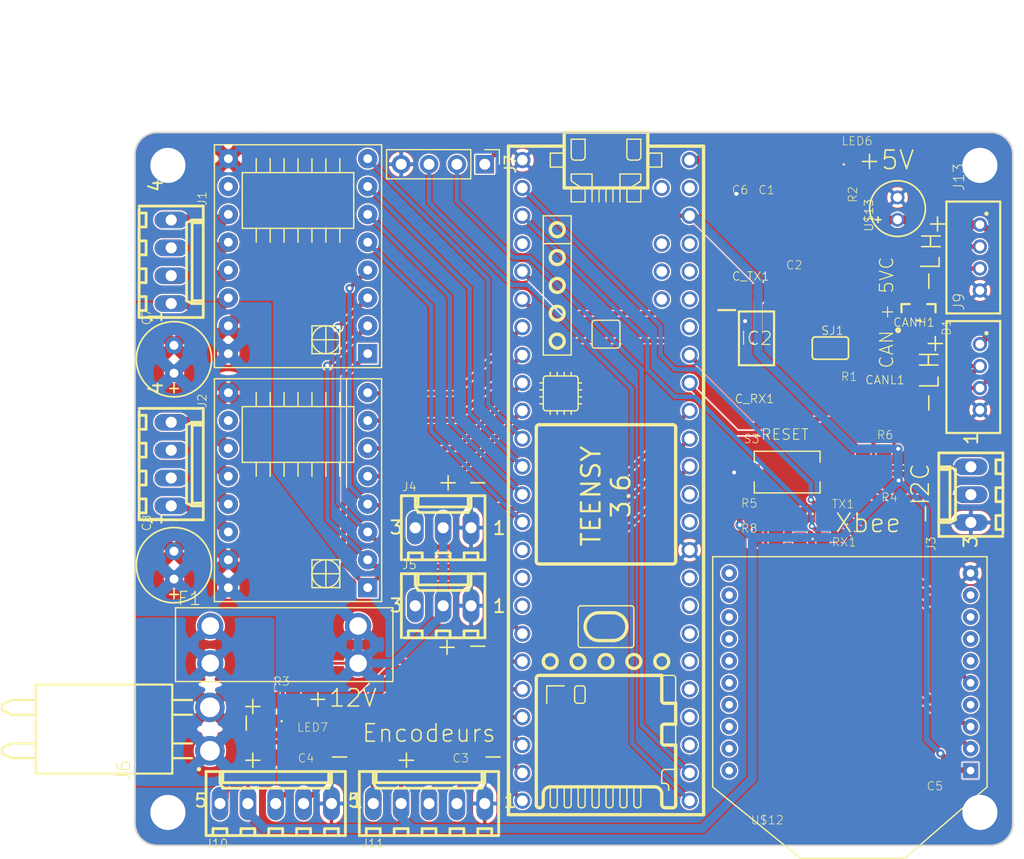
<source format=kicad_pcb>
(kicad_pcb (version 20171130) (host pcbnew "(5.1.8)-1")
  (layers (0 Front signal) (31 Back signal) (34 B.Paste user) (35 F.Paste user) (36 B.SilkS user) (37 F.SilkS user) (38 B.Mask user) (39 F.Mask user) (44 Edge.Cuts user))
  (net 0 "")
  (net 1 GND)
  (net 2 +3V3)
  (net 3 +12V)
  (net 4 +5V)
  (net 5 "Net-(J1-Pad1)")
  (net 6 "Net-(J1-Pad2)")
  (net 7 "Net-(J1-Pad3)")
  (net 8 "Net-(J1-Pad4)")
  (net 9 "Net-(J2-Pad1)")
  (net 10 "Net-(J2-Pad2)")
  (net 11 "Net-(J2-Pad3)")
  (net 12 "Net-(J2-Pad4)")
  (net 13 "Net-(U$1-PadP$10)")
  (net 14 /DIR_G)
  (net 15 /STEP_G)
  (net 16 /SLEEP_G)
  (net 17 /RESET_G)
  (net 18 /M2)
  (net 19 /M1)
  (net 20 /M0)
  (net 21 /ENABLE)
  (net 22 "Net-(U$2-PadP$10)")
  (net 23 /DIR_D)
  (net 24 /STEP_D)
  (net 25 /SLEEP_D)
  (net 26 /RESET_D)
  (net 27 "Net-(IC2-Pad8)")
  (net 28 /CANH)
  (net 29 /CANL)
  (net 30 "Net-(IC2-Pad5)")
  (net 31 /C_RX)
  (net 32 /C_TX)
  (net 33 "Net-(R1-Pad2)")
  (net 34 "Net-(S3-Pad2)")
  (net 35 "Net-(LED6-PadA)")
  (net 36 "Net-(LED7-PadA)")
  (net 37 "Net-(U$12-Pad20)")
  (net 38 "Net-(U$12-Pad19)")
  (net 39 "Net-(U$12-Pad18)")
  (net 40 "Net-(U$12-Pad17)")
  (net 41 "Net-(U$12-Pad16)")
  (net 42 "Net-(U$12-Pad15)")
  (net 43 "Net-(U$12-Pad14)")
  (net 44 "Net-(U$12-Pad13)")
  (net 45 "Net-(U$12-Pad12)")
  (net 46 "Net-(U$12-Pad11)")
  (net 47 /µP_RX)
  (net 48 /µP_TX)
  (net 49 "Net-(U$12-Pad4)")
  (net 50 "Net-(U$12-Pad6)")
  (net 51 "Net-(U$12-Pad7)")
  (net 52 "Net-(U$12-Pad8)")
  (net 53 "Net-(U$12-Pad9)")
  (net 54 "Net-(R5-Pad2)")
  (net 55 "Net-(R8-Pad2)")
  (net 56 /S1_D)
  (net 57 /S3_D)
  (net 58 /S2_D)
  (net 59 /S1_G)
  (net 60 /S3_G)
  (net 61 /S2_G)
  (net 62 "Net-(J3-Pad1)")
  (net 63 "Net-(J3-Pad2)")
  (net 64 "Net-(J4-Pad3)")
  (net 65 "Net-(J5-Pad3)")
  (net 66 "Net-(U$5-PadA11)")
  (net 67 "Net-(U$5-PadA10)")
  (net 68 "Net-(U$5-PadAREF)")
  (net 69 "Net-(U$5-PadVUSB)")
  (net 70 "Net-(U$5-PadA22/DAC1)")
  (net 71 "Net-(U$5-Pad21/DAC0)")
  (net 72 "Net-(U$5-Pad39/A20)")
  (net 73 "Net-(U$5-Pad38/A19)")
  (net 74 "Net-(U$5-Pad37/A18)")
  (net 75 "Net-(U$5-Pad36/A17)")
  (net 76 "Net-(U$5-Pad35/A16)")
  (net 77 "Net-(U$5-Pad3V3)")
  (net 78 "Net-(U$5-PadAGND)")
  (net 79 "Net-(U$5-Pad23/A9)")
  (net 80 "Net-(U$5-Pad22/A8)")
  (net 81 "Net-(U$5-Pad21/A7)")
  (net 82 "Net-(U$5-Pad20/A6)")
  (net 83 "Net-(U$5-Pad14/A0)")
  (net 84 "Net-(U$5-Pad13/SCK)")
  (net 85 "Net-(F1-Pad1)")
  (net 86 /RX_extern)
  (net 87 /TX_extern)
  (net 88 "Net-(U$5-Pad25)")
  (net 89 "Net-(U$5-Pad24)")
  (net 90 "Net-(U$5-Pad2)")
  (module "Carte Principale:TEENSY_3.5_3.6_BASIC" (layer Front) (at 151.4271 102.9596 270)
    (fp_text reference U$5 hide)
    (fp_text value TEENSY_3.5_3.6_BASIC hide)
    (fp_text user "TEENSY\n3.6" (at 2.69875 0 270) (layer F.SilkS) (effects (font (size 1.6891 1.6891) (thickness 0.21336))))
    (pad A11 thru_hole circle (at -15.24 -5.08 270) (size 1.4732 1.4732) (drill 0.9652) (layers *.Cu *.Mask) (net 66 "Net-(U$5-PadA11)"))
    (pad A10 thru_hole circle (at -17.78 -5.08 270) (size 1.4732 1.4732) (drill 0.9652) (layers *.Cu *.Mask) (net 67 "Net-(U$5-PadA10)"))
    (pad AREF thru_hole circle (at -20.32 -5.08 270) (size 1.4732 1.4732) (drill 0.9652) (layers *.Cu *.Mask) (net 68 "Net-(U$5-PadAREF)"))
    (pad VUSB thru_hole circle (at -25.4 -5.08 270) (size 1.4732 1.4732) (drill 0.9652) (layers *.Cu *.Mask) (net 69 "Net-(U$5-PadVUSB)"))
    (pad A22/DAC1 thru_hole circle (at 10.16 -7.62 270) (size 1.4732 1.4732) (drill 0.9652) (layers *.Cu *.Mask) (net 70 "Net-(U$5-PadA22/DAC1)"))
    (pad 21/DAC0 thru_hole circle (at 12.7 -7.62 270) (size 1.4732 1.4732) (drill 0.9652) (layers *.Cu *.Mask) (net 71 "Net-(U$5-Pad21/DAC0)"))
    (pad 39/A20 thru_hole circle (at 15.24 -7.62 270) (size 1.4732 1.4732) (drill 0.9652) (layers *.Cu *.Mask) (net 72 "Net-(U$5-Pad39/A20)"))
    (pad 38/A19 thru_hole circle (at 17.78 -7.62 270) (size 1.4732 1.4732) (drill 0.9652) (layers *.Cu *.Mask) (net 73 "Net-(U$5-Pad38/A19)"))
    (pad 37/A18 thru_hole circle (at 20.32 -7.62 270) (size 1.4732 1.4732) (drill 0.9652) (layers *.Cu *.Mask) (net 74 "Net-(U$5-Pad37/A18)"))
    (pad 36/A17 thru_hole circle (at 22.86 -7.62 270) (size 1.4732 1.4732) (drill 0.9652) (layers *.Cu *.Mask) (net 75 "Net-(U$5-Pad36/A17)"))
    (pad 35/A16 thru_hole circle (at 25.4 -7.62 270) (size 1.4732 1.4732) (drill 0.9652) (layers *.Cu *.Mask) (net 76 "Net-(U$5-Pad35/A16)"))
    (pad 34/A15 thru_hole circle (at 27.94 -7.62 270) (size 1.4732 1.4732) (drill 0.9652) (layers *.Cu *.Mask) (net 86 /RX_extern))
    (pad 33/A14 thru_hole circle (at 30.48 -7.62 270) (size 1.4732 1.4732) (drill 0.9652) (layers *.Cu *.Mask) (net 87 /TX_extern))
    (pad 32/A13 thru_hole circle (at 30.48 7.62 270) (size 1.4732 1.4732) (drill 0.9652) (layers *.Cu *.Mask) (net 60 /S3_G))
    (pad 31/A12 thru_hole circle (at 27.94 7.62 270) (size 1.4732 1.4732) (drill 0.9652) (layers *.Cu *.Mask) (net 61 /S2_G))
    (pad 30 thru_hole circle (at 25.4 7.62 270) (size 1.4732 1.4732) (drill 0.9652) (layers *.Cu *.Mask) (net 59 /S1_G))
    (pad 29 thru_hole circle (at 22.86 7.62 270) (size 1.4732 1.4732) (drill 0.9652) (layers *.Cu *.Mask) (net 57 /S3_D))
    (pad 28 thru_hole circle (at 20.32 7.62 270) (size 1.4732 1.4732) (drill 0.9652) (layers *.Cu *.Mask) (net 58 /S2_D))
    (pad 27 thru_hole circle (at 17.78 7.62 270) (size 1.4732 1.4732) (drill 0.9652) (layers *.Cu *.Mask) (net 56 /S1_D))
    (pad 26 thru_hole circle (at 15.24 7.62 270) (size 1.4732 1.4732) (drill 0.9652) (layers *.Cu *.Mask) (net 21 /ENABLE))
    (pad 25 thru_hole circle (at 12.7 7.62 270) (size 1.4732 1.4732) (drill 0.9652) (layers *.Cu *.Mask) (net 88 "Net-(U$5-Pad25)"))
    (pad 24 thru_hole circle (at 10.16 7.62 270) (size 1.4732 1.4732) (drill 0.9652) (layers *.Cu *.Mask) (net 89 "Net-(U$5-Pad24)"))
    (pad GND2 thru_hole circle (at 7.62 -7.62 270) (size 1.4732 1.4732) (drill 0.9652) (layers *.Cu *.Mask) (net 1 GND))
    (pad 3V3 thru_hole circle (at 7.62 7.62 270) (size 1.4732 1.4732) (drill 0.9652) (layers *.Cu *.Mask) (net 77 "Net-(U$5-Pad3V3)"))
    (pad VIN thru_hole circle (at -27.94 -7.62 270) (size 1.4732 1.4732) (drill 0.9652) (layers *.Cu *.Mask) (net 4 +5V))
    (pad GND thru_hole circle (at -27.94 7.62 270) (size 1.4732 1.4732) (drill 0.9652) (layers *.Cu *.Mask) (net 1 GND))
    (pad AGND thru_hole circle (at -25.4 -7.62 270) (size 1.4732 1.4732) (drill 0.9652) (layers *.Cu *.Mask) (net 78 "Net-(U$5-PadAGND)"))
    (pad 3V3_LO thru_hole circle (at -22.86 -7.62 270) (size 1.4732 1.4732) (drill 0.9652) (layers *.Cu *.Mask) (net 2 +3V3))
    (pad 0/RX thru_hole circle (at -25.4 7.62 270) (size 1.4732 1.4732) (drill 0.9652) (layers *.Cu *.Mask) (net 48 /µP_TX))
    (pad 23/A9 thru_hole circle (at -20.32 -7.62 270) (size 1.4732 1.4732) (drill 0.9652) (layers *.Cu *.Mask) (net 79 "Net-(U$5-Pad23/A9)"))
    (pad 22/A8 thru_hole circle (at -17.78 -7.62 270) (size 1.4732 1.4732) (drill 0.9652) (layers *.Cu *.Mask) (net 80 "Net-(U$5-Pad22/A8)"))
    (pad 21/A7 thru_hole circle (at -15.24 -7.62 270) (size 1.4732 1.4732) (drill 0.9652) (layers *.Cu *.Mask) (net 81 "Net-(U$5-Pad21/A7)"))
    (pad 20/A6 thru_hole circle (at -12.7 -7.62 270) (size 1.4732 1.4732) (drill 0.9652) (layers *.Cu *.Mask) (net 82 "Net-(U$5-Pad20/A6)"))
    (pad 19/A5/SCL thru_hole circle (at -10.16 -7.62 270) (size 1.4732 1.4732) (drill 0.9652) (layers *.Cu *.Mask) (net 62 "Net-(J3-Pad1)"))
    (pad 18/A4/SDA thru_hole circle (at -7.62 -7.62 270) (size 1.4732 1.4732) (drill 0.9652) (layers *.Cu *.Mask) (net 63 "Net-(J3-Pad2)"))
    (pad 17/A3 thru_hole circle (at -5.08 -7.62 270) (size 1.4732 1.4732) (drill 0.9652) (layers *.Cu *.Mask) (net 18 /M2))
    (pad 16/A2 thru_hole circle (at -2.54 -7.62 270) (size 1.4732 1.4732) (drill 0.9652) (layers *.Cu *.Mask) (net 19 /M1))
    (pad 15/A1 thru_hole circle (at 0 -7.62 270) (size 1.4732 1.4732) (drill 0.9652) (layers *.Cu *.Mask) (net 20 /M0))
    (pad 14/A0 thru_hole circle (at 2.54 -7.62 270) (size 1.4732 1.4732) (drill 0.9652) (layers *.Cu *.Mask) (net 83 "Net-(U$5-Pad14/A0)"))
    (pad 13/SCK thru_hole circle (at 5.08 -7.62 270) (size 1.4732 1.4732) (drill 0.9652) (layers *.Cu *.Mask) (net 84 "Net-(U$5-Pad13/SCK)"))
    (pad 12/MISO thru_hole circle (at 5.08 7.62 270) (size 1.4732 1.4732) (drill 0.9652) (layers *.Cu *.Mask) (net 17 /RESET_G))
    (pad 11/MOSI thru_hole circle (at 2.54 7.62 270) (size 1.4732 1.4732) (drill 0.9652) (layers *.Cu *.Mask) (net 16 /SLEEP_G))
    (pad 10/CS thru_hole circle (at 0 7.62 270) (size 1.4732 1.4732) (drill 0.9652) (layers *.Cu *.Mask) (net 15 /STEP_G))
    (pad 9/CS thru_hole circle (at -2.54 7.62 270) (size 1.4732 1.4732) (drill 0.9652) (layers *.Cu *.Mask) (net 14 /DIR_G))
    (pad 8 thru_hole circle (at -5.08 7.62 270) (size 1.4732 1.4732) (drill 0.9652) (layers *.Cu *.Mask) (net 26 /RESET_D))
    (pad 7 thru_hole circle (at -7.62 7.62 270) (size 1.4732 1.4732) (drill 0.9652) (layers *.Cu *.Mask) (net 25 /SLEEP_D))
    (pad 6 thru_hole circle (at -10.16 7.62 270) (size 1.4732 1.4732) (drill 0.9652) (layers *.Cu *.Mask) (net 24 /STEP_D))
    (pad 5 thru_hole circle (at -12.7 7.62 270) (size 1.4732 1.4732) (drill 0.9652) (layers *.Cu *.Mask) (net 23 /DIR_D))
    (pad 4/CANRX thru_hole circle (at -15.24 7.62 270) (size 1.4732 1.4732) (drill 0.9652) (layers *.Cu *.Mask) (net 31 /C_RX))
    (pad 3/CANTX thru_hole circle (at -17.78 7.62 270) (size 1.4732 1.4732) (drill 0.9652) (layers *.Cu *.Mask) (net 32 /C_TX))
    (pad 2 thru_hole circle (at -20.32 7.62 270) (size 1.4732 1.4732) (drill 0.9652) (layers *.Cu *.Mask) (net 90 "Net-(U$5-Pad2)"))
    (pad 1/TX thru_hole circle (at -22.86 7.62 270) (size 1.4732 1.4732) (drill 0.9652) (layers *.Cu *.Mask) (net 47 /µP_RX))
  )
  (module "Carte Principale:CON_3_DROIT" (layer Front) (at 136.5871 108.5476)
    (fp_text reference J4 (at -3.7831 -3.2751) (layer F.SilkS) (effects (font (size 0.77216 0.77216) (thickness 0.077216)) (justify left bottom)))
    (fp_text value MOLEX_3DROIT hide)
    (fp_text user 3 (at -4.9799 0.6873) (layer F.SilkS) (effects (font (size 1.2065 1.2065) (thickness 0.1778)) (justify left bottom)))
    (fp_text user 1 (at 4.4181 0.7381) (layer F.SilkS) (effects (font (size 1.2065 1.2065) (thickness 0.1778)) (justify left bottom)))
    (pad 1 thru_hole oval (at 2.54 0 90) (size 3.048 1.524) (drill 1.016) (layers *.Cu *.Mask) (net 1 GND))
    (pad 2 thru_hole oval (at 0 0 90) (size 3.048 1.524) (drill 1.016) (layers *.Cu *.Mask) (net 3 +12V))
    (pad 3 thru_hole oval (at -2.54 0 90) (size 3.048 1.524) (drill 1.016) (layers *.Cu *.Mask) (net 64 "Net-(J4-Pad3)"))
  )
  (module "Carte Principale:62000411622" (layer Front) (at 184.9011 83.9036 90)
    (fp_text reference J13 (at 5.985 -0.75 90) (layer F.SilkS) (effects (font (size 0.9652 0.9652) (thickness 0.077216)) (justify left bottom)))
    (fp_text value 62000411622)
    (pad 4 thru_hole circle (at -3 0.6 90) (size 1.308 1.308) (drill 0.8) (layers *.Cu *.Mask) (net 1 GND))
    (pad 3 thru_hole circle (at -1 0.6 90) (size 1.308 1.308) (drill 0.8) (layers *.Cu *.Mask) (net 29 /CANL))
    (pad 2 thru_hole circle (at 1 0.6 90) (size 1.308 1.308) (drill 0.8) (layers *.Cu *.Mask) (net 28 /CANH))
    (pad 1 thru_hole circle (at 3 0.6 90) (size 1.308 1.308) (drill 0.8) (layers *.Cu *.Mask) (net 4 +5V))
  )
  (module "Carte Principale:B1,27" (layer Front) (at 164.0001 95.4666)
    (fp_text reference C_RX1 (at -0.889 1.778) (layer F.SilkS) (effects (font (size 0.77216 0.77216) (thickness 0.077216)) (justify left bottom)))
    (fp_text value TPB1,27)
    (pad TP smd roundrect (at 0 0) (size 1.27 1.27) (layers Front F.Mask) (roundrect_rratio 0.5) (net 31 /C_RX))
  )
  (module "Carte Principale:C0805" (layer Front) (at 167.1481 87.0846 180)
    (fp_text reference C2 (at -0.635 2.032) (layer F.SilkS) (effects (font (size 0.77216 0.77216) (thickness 0.061772)) (justify left bottom)))
    (fp_text value 100n hide)
    (pad 2 smd rect (at 0.95 0 180) (size 1.3 1.5) (layers Front F.Paste F.Mask) (net 2 +3V3))
    (pad 1 smd rect (at -0.95 0 180) (size 1.3 1.5) (layers Front F.Paste F.Mask) (net 1 GND))
  )
  (module "Carte Principale:SOIC127P600X175-8N" (layer Front) (at 165.1431 91.2756)
    (fp_text reference IC2 (at 0 0) (layer F.SilkS) (effects (font (size 1.2065 1.2065) (thickness 0.09652))))
    (fp_text value SN65HVD232D hide)
    (pad 8 smd rect (at 2.712 -1.905) (size 1.525 0.65) (layers Front F.Paste F.Mask) (net 27 "Net-(IC2-Pad8)"))
    (pad 7 smd rect (at 2.712 -0.635) (size 1.525 0.65) (layers Front F.Paste F.Mask) (net 28 /CANH))
    (pad 6 smd rect (at 2.712 0.635) (size 1.525 0.65) (layers Front F.Paste F.Mask) (net 29 /CANL))
    (pad 5 smd rect (at 2.712 1.905) (size 1.525 0.65) (layers Front F.Paste F.Mask) (net 30 "Net-(IC2-Pad5)"))
    (pad 4 smd rect (at -2.712 1.905) (size 1.525 0.65) (layers Front F.Paste F.Mask) (net 31 /C_RX))
    (pad 3 smd rect (at -2.712 0.635) (size 1.525 0.65) (layers Front F.Paste F.Mask) (net 2 +3V3))
    (pad 2 smd rect (at -2.712 -0.635) (size 1.525 0.65) (layers Front F.Paste F.Mask) (net 1 GND))
    (pad 1 smd rect (at -2.712 -1.905) (size 1.525 0.65) (layers Front F.Paste F.Mask) (net 32 /C_TX))
  )
  (module "Carte Principale:CON_4_DROIT" (layer Front) (at 111.8031 84.2906 270)
    (fp_text reference J1 (at -5.0531 -3.2751 90) (layer F.SilkS) (effects (font (size 0.77216 0.77216) (thickness 0.077216)) (justify left bottom)))
    (fp_text value MOLEX_4DROIT hide)
    (fp_text user 4 (at -6.2499 0.6873 270) (layer F.SilkS) (effects (font (size 1.2065 1.2065) (thickness 0.1778)) (justify left bottom)))
    (fp_text user 1 (at 5.6881 0.7381 270) (layer F.SilkS) (effects (font (size 1.2065 1.2065) (thickness 0.1778)) (justify left bottom)))
    (pad 1 thru_hole oval (at 3.81 0) (size 3.048 1.524) (drill 1.016) (layers *.Cu *.Mask) (net 5 "Net-(J1-Pad1)"))
    (pad 2 thru_hole oval (at 1.27 0) (size 3.048 1.524) (drill 1.016) (layers *.Cu *.Mask) (net 6 "Net-(J1-Pad2)"))
    (pad 3 thru_hole oval (at -1.27 0) (size 3.048 1.524) (drill 1.016) (layers *.Cu *.Mask) (net 7 "Net-(J1-Pad3)"))
    (pad 4 thru_hole oval (at -3.81 0) (size 3.048 1.524) (drill 1.016) (layers *.Cu *.Mask) (net 8 "Net-(J1-Pad4)"))
  )
  (module "Carte Principale:CON_4_DROIT" (layer Front) (at 111.8031 102.7406 270)
    (fp_text reference J2 (at -5.0531 -3.2751 90) (layer F.SilkS) (effects (font (size 0.77216 0.77216) (thickness 0.077216)) (justify left bottom)))
    (fp_text value MOLEX_4DROIT hide)
    (fp_text user 4 (at -6.2499 0.6873 270) (layer F.SilkS) (effects (font (size 1.2065 1.2065) (thickness 0.1778)) (justify left bottom)))
    (fp_text user 1 (at 5.6881 0.7381 270) (layer F.SilkS) (effects (font (size 1.2065 1.2065) (thickness 0.1778)) (justify left bottom)))
    (pad 1 thru_hole oval (at 3.81 0) (size 3.048 1.524) (drill 1.016) (layers *.Cu *.Mask) (net 9 "Net-(J2-Pad1)"))
    (pad 2 thru_hole oval (at 1.27 0) (size 3.048 1.524) (drill 1.016) (layers *.Cu *.Mask) (net 10 "Net-(J2-Pad2)"))
    (pad 3 thru_hole oval (at -1.27 0) (size 3.048 1.524) (drill 1.016) (layers *.Cu *.Mask) (net 11 "Net-(J2-Pad3)"))
    (pad 4 thru_hole oval (at -3.81 0) (size 3.048 1.524) (drill 1.016) (layers *.Cu *.Mask) (net 12 "Net-(J2-Pad4)"))
  )
  (module "Carte Principale:R0805" (layer Front) (at 171.9 94.2 180)
    (fp_text reference R1 (at -0.889 -1.016) (layer F.SilkS) (effects (font (size 0.77216 0.77216) (thickness 0.061772)) (justify left bottom)))
    (fp_text value 120 hide)
    (pad 2 smd rect (at 0.95 0 180) (size 1.3 1.5) (layers Front F.Paste F.Mask) (net 33 "Net-(R1-Pad2)"))
    (pad 1 smd rect (at -0.95 0 180) (size 1.3 1.5) (layers Front F.Paste F.Mask) (net 29 /CANL))
  )
  (module "Carte Principale:R0805" (layer Front) (at 173.1001 79.3266 90)
    (fp_text reference R2 (at 0.381 1.27 90) (layer F.SilkS) (effects (font (size 0.77216 0.77216) (thickness 0.061772)) (justify left bottom)))
    (fp_text value R-EU_R0805)
    (pad 2 smd rect (at 0.95 0 90) (size 1.3 1.5) (layers Front F.Paste F.Mask) (net 35 "Net-(LED6-PadA)"))
    (pad 1 smd rect (at -0.95 0 90) (size 1.3 1.5) (layers Front F.Paste F.Mask) (net 4 +5V))
  )
  (module "Carte Principale:R0805" (layer Front) (at 121.9631 124.2796)
    (fp_text reference R3 (at -0.889 -1.27) (layer F.SilkS) (effects (font (size 0.77216 0.77216) (thickness 0.061772)) (justify left bottom)))
    (fp_text value R-EU_R0805)
    (pad 2 smd rect (at 0.95 0) (size 1.3 1.5) (layers Front F.Paste F.Mask) (net 36 "Net-(LED7-PadA)"))
    (pad 1 smd rect (at -0.95 0) (size 1.3 1.5) (layers Front F.Paste F.Mask) (net 3 +12V))
  )
  (module "Carte Principale:434111025826" (layer Front) (at 167.9371 103.4676)
    (fp_text reference S3 (at -3.2476 -2.5753) (layer F.SilkS) (effects (font (size 0.77216 0.77216) (thickness 0.061772)) (justify bottom)))
    (fp_text value 434111025826)
    (pad 2 smd rect (at 3.25 0) (size 1.5 1.4) (layers Front F.Paste F.Mask) (net 34 "Net-(S3-Pad2)"))
    (pad 1 smd rect (at -3.25 0) (size 1.5 1.4) (layers Front F.Paste F.Mask) (net 1 GND))
  )
  (module "Carte Principale:SJ" (layer Front) (at 171.8741 92.1646)
    (fp_text reference SJ1 (at -0.889 -1.143) (layer F.SilkS) (effects (font (size 0.77216 0.77216) (thickness 0.077216)) (justify left bottom)))
    (fp_text value SJ)
    (pad 2 smd rect (at 0.762 0) (size 1.1684 1.6002) (layers Front F.Paste F.Mask) (net 28 /CANH))
    (pad 1 smd rect (at -0.762 0) (size 1.1684 1.6002) (layers Front F.Paste F.Mask) (net 33 "Net-(R1-Pad2)"))
  )
  (module "Carte Principale:DRV8825" (layer Front) (at 129.7101 92.6726 180)
    (fp_text reference U$1 hide)
    (fp_text value DRV8825 hide)
    (pad P$16 thru_hole circle (at 12.7 0 180) (size 1.778 1.778) (drill 0.8) (layers *.Cu *.Mask) (net 3 +12V))
    (pad P$15 thru_hole circle (at 12.7 2.54 180) (size 1.778 1.778) (drill 0.8) (layers *.Cu *.Mask) (net 1 GND))
    (pad P$14 thru_hole circle (at 12.7 5.08 180) (size 1.778 1.778) (drill 0.8) (layers *.Cu *.Mask) (net 5 "Net-(J1-Pad1)"))
    (pad P$13 thru_hole circle (at 12.7 7.62 180) (size 1.778 1.778) (drill 0.8) (layers *.Cu *.Mask) (net 6 "Net-(J1-Pad2)"))
    (pad P$12 thru_hole circle (at 12.7 10.16 180) (size 1.778 1.778) (drill 0.8) (layers *.Cu *.Mask) (net 7 "Net-(J1-Pad3)"))
    (pad P$11 thru_hole circle (at 12.7 12.7 180) (size 1.778 1.778) (drill 0.8) (layers *.Cu *.Mask) (net 8 "Net-(J1-Pad4)"))
    (pad P$10 thru_hole circle (at 12.7 15.24 180) (size 1.778 1.778) (drill 0.8) (layers *.Cu *.Mask) (net 13 "Net-(U$1-PadP$10)"))
    (pad P$9 thru_hole circle (at 12.7 17.78 180) (size 1.778 1.778) (drill 0.8) (layers *.Cu *.Mask) (net 1 GND))
    (pad P$8 thru_hole circle (at 0 17.78 180) (size 1.778 1.778) (drill 0.8) (layers *.Cu *.Mask) (net 14 /DIR_G))
    (pad P$7 thru_hole circle (at 0 15.24 180) (size 1.778 1.778) (drill 0.8) (layers *.Cu *.Mask) (net 15 /STEP_G))
    (pad P$6 thru_hole circle (at 0 12.7 180) (size 1.778 1.778) (drill 0.8) (layers *.Cu *.Mask) (net 16 /SLEEP_G))
    (pad P$5 thru_hole circle (at 0 10.16 180) (size 1.778 1.778) (drill 0.8) (layers *.Cu *.Mask) (net 17 /RESET_G))
    (pad P$4 thru_hole circle (at 0 7.62 180) (size 1.778 1.778) (drill 0.8) (layers *.Cu *.Mask) (net 18 /M2))
    (pad P$3 thru_hole circle (at 0 5.08 180) (size 1.778 1.778) (drill 0.8) (layers *.Cu *.Mask) (net 19 /M1))
    (pad P$2 thru_hole circle (at 0 2.54 180) (size 1.778 1.778) (drill 0.8) (layers *.Cu *.Mask) (net 20 /M0))
    (pad P$1 thru_hole rect (at 0 0 180) (size 1.778 1.778) (drill 0.8) (layers *.Cu *.Mask) (net 21 /ENABLE))
  )
  (module "Carte Principale:XBEE" (layer Front) (at 173.6521 125.1846 180)
    (fp_text reference U$12 (at 9.068 -10.47) (layer F.SilkS) (effects (font (size 0.77216 0.77216) (thickness 0.061772)) (justify left bottom)))
    (fp_text value XBEE hide)
    (pad 20 thru_hole circle (at 11 -5.5 180) (size 1.4224 1.4224) (drill 0.7) (layers *.Cu *.Mask) (net 37 "Net-(U$12-Pad20)"))
    (pad 19 thru_hole circle (at 11 -3.5 180) (size 1.4224 1.4224) (drill 0.7) (layers *.Cu *.Mask) (net 38 "Net-(U$12-Pad19)"))
    (pad 18 thru_hole circle (at 11 -1.5 180) (size 1.4224 1.4224) (drill 0.7) (layers *.Cu *.Mask) (net 39 "Net-(U$12-Pad18)"))
    (pad 17 thru_hole circle (at 11 0.5 180) (size 1.4224 1.4224) (drill 0.7) (layers *.Cu *.Mask) (net 40 "Net-(U$12-Pad17)"))
    (pad 16 thru_hole circle (at 11 2.5 180) (size 1.4224 1.4224) (drill 0.7) (layers *.Cu *.Mask) (net 41 "Net-(U$12-Pad16)"))
    (pad 15 thru_hole circle (at 11 4.5 180) (size 1.4224 1.4224) (drill 0.7) (layers *.Cu *.Mask) (net 42 "Net-(U$12-Pad15)"))
    (pad 14 thru_hole circle (at 11 6.5 180) (size 1.4224 1.4224) (drill 0.7) (layers *.Cu *.Mask) (net 43 "Net-(U$12-Pad14)"))
    (pad 13 thru_hole circle (at 11 8.5 180) (size 1.4224 1.4224) (drill 0.7) (layers *.Cu *.Mask) (net 44 "Net-(U$12-Pad13)"))
    (pad 12 thru_hole circle (at 11 10.5 180) (size 1.4224 1.4224) (drill 0.7) (layers *.Cu *.Mask) (net 45 "Net-(U$12-Pad12)"))
    (pad 11 thru_hole circle (at 11 12.5 180) (size 1.4224 1.4224) (drill 0.7) (layers *.Cu *.Mask) (net 46 "Net-(U$12-Pad11)"))
    (pad 1 thru_hole rect (at -11 -5.5 180) (size 1.4224 1.4224) (drill 0.7) (layers *.Cu *.Mask) (net 2 +3V3))
    (pad 2 thru_hole circle (at -11 -3.5 180) (size 1.4224 1.4224) (drill 0.7) (layers *.Cu *.Mask) (net 47 /µP_RX))
    (pad 3 thru_hole circle (at -11 -1.5 180) (size 1.4224 1.4224) (drill 0.7) (layers *.Cu *.Mask) (net 48 /µP_TX))
    (pad 4 thru_hole circle (at -11 0.5 180) (size 1.4224 1.4224) (drill 0.7) (layers *.Cu *.Mask) (net 49 "Net-(U$12-Pad4)"))
    (pad 5 thru_hole circle (at -11 2.5 180) (size 1.4224 1.4224) (drill 0.7) (layers *.Cu *.Mask) (net 34 "Net-(S3-Pad2)"))
    (pad 6 thru_hole circle (at -11 4.5 180) (size 1.4224 1.4224) (drill 0.7) (layers *.Cu *.Mask) (net 50 "Net-(U$12-Pad6)"))
    (pad 7 thru_hole circle (at -11 6.5 180) (size 1.4224 1.4224) (drill 0.7) (layers *.Cu *.Mask) (net 51 "Net-(U$12-Pad7)"))
    (pad 8 thru_hole circle (at -11 8.5 180) (size 1.4224 1.4224) (drill 0.7) (layers *.Cu *.Mask) (net 52 "Net-(U$12-Pad8)"))
    (pad 9 thru_hole circle (at -11 10.5 180) (size 1.4224 1.4224) (drill 0.7) (layers *.Cu *.Mask) (net 53 "Net-(U$12-Pad9)"))
    (pad 10 thru_hole circle (at -11 12.5 180) (size 1.4224 1.4224) (drill 0.7) (layers *.Cu *.Mask) (net 1 GND))
  )
  (module "Carte Principale:DRV8825" (layer Front) (at 129.7101 114.0086 180)
    (fp_text reference U$2 hide)
    (fp_text value DRV8825 hide)
    (pad P$16 thru_hole circle (at 12.7 0 180) (size 1.778 1.778) (drill 0.8) (layers *.Cu *.Mask) (net 3 +12V))
    (pad P$15 thru_hole circle (at 12.7 2.54 180) (size 1.778 1.778) (drill 0.8) (layers *.Cu *.Mask) (net 1 GND))
    (pad P$14 thru_hole circle (at 12.7 5.08 180) (size 1.778 1.778) (drill 0.8) (layers *.Cu *.Mask) (net 9 "Net-(J2-Pad1)"))
    (pad P$13 thru_hole circle (at 12.7 7.62 180) (size 1.778 1.778) (drill 0.8) (layers *.Cu *.Mask) (net 10 "Net-(J2-Pad2)"))
    (pad P$12 thru_hole circle (at 12.7 10.16 180) (size 1.778 1.778) (drill 0.8) (layers *.Cu *.Mask) (net 11 "Net-(J2-Pad3)"))
    (pad P$11 thru_hole circle (at 12.7 12.7 180) (size 1.778 1.778) (drill 0.8) (layers *.Cu *.Mask) (net 12 "Net-(J2-Pad4)"))
    (pad P$10 thru_hole circle (at 12.7 15.24 180) (size 1.778 1.778) (drill 0.8) (layers *.Cu *.Mask) (net 22 "Net-(U$2-PadP$10)"))
    (pad P$9 thru_hole circle (at 12.7 17.78 180) (size 1.778 1.778) (drill 0.8) (layers *.Cu *.Mask) (net 1 GND))
    (pad P$8 thru_hole circle (at 0 17.78 180) (size 1.778 1.778) (drill 0.8) (layers *.Cu *.Mask) (net 23 /DIR_D))
    (pad P$7 thru_hole circle (at 0 15.24 180) (size 1.778 1.778) (drill 0.8) (layers *.Cu *.Mask) (net 24 /STEP_D))
    (pad P$6 thru_hole circle (at 0 12.7 180) (size 1.778 1.778) (drill 0.8) (layers *.Cu *.Mask) (net 25 /SLEEP_D))
    (pad P$5 thru_hole circle (at 0 10.16 180) (size 1.778 1.778) (drill 0.8) (layers *.Cu *.Mask) (net 26 /RESET_D))
    (pad P$4 thru_hole circle (at 0 7.62 180) (size 1.778 1.778) (drill 0.8) (layers *.Cu *.Mask) (net 18 /M2))
    (pad P$3 thru_hole circle (at 0 5.08 180) (size 1.778 1.778) (drill 0.8) (layers *.Cu *.Mask) (net 19 /M1))
    (pad P$2 thru_hole circle (at 0 2.54 180) (size 1.778 1.778) (drill 0.8) (layers *.Cu *.Mask) (net 20 /M0))
    (pad P$1 thru_hole rect (at 0 0 180) (size 1.778 1.778) (drill 0.8) (layers *.Cu *.Mask) (net 21 /ENABLE))
  )
  (module "Carte Principale:R0805" (layer Front) (at 165.9686 107.2776)
    (fp_text reference R5 (at -2.286 -0.508) (layer F.SilkS) (effects (font (size 0.77216 0.77216) (thickness 0.061772)) (justify left bottom)))
    (fp_text value R-EU_R0805)
    (pad 2 smd rect (at 0.95 0) (size 1.3 1.5) (layers Front F.Paste F.Mask) (net 54 "Net-(R5-Pad2)"))
    (pad 1 smd rect (at -0.95 0) (size 1.3 1.5) (layers Front F.Paste F.Mask) (net 2 +3V3))
  )
  (module "Carte Principale:R0805" (layer Front) (at 165.9686 109.5636)
    (fp_text reference R8 (at -2.286 -0.508) (layer F.SilkS) (effects (font (size 0.77216 0.77216) (thickness 0.061772)) (justify left bottom)))
    (fp_text value R-EU_R0805)
    (pad 2 smd rect (at 0.95 0) (size 1.3 1.5) (layers Front F.Paste F.Mask) (net 55 "Net-(R8-Pad2)"))
    (pad 1 smd rect (at -0.95 0) (size 1.3 1.5) (layers Front F.Paste F.Mask) (net 2 +3V3))
  )
  (module "Carte Principale:CHIPLED_0805" (layer Front) (at 170.1596 109.5636 270)
    (fp_text reference RX1 (at 0.754 -1.805) (layer F.SilkS) (effects (font (size 0.77216 0.77216) (thickness 0.061772)) (justify left bottom)))
    (fp_text value LEDCHIPLED_0805)
    (pad A smd rect (at 0 1.05 270) (size 1.2 1.2) (layers Front F.Paste F.Mask) (net 55 "Net-(R8-Pad2)"))
    (pad C smd rect (at 0 -1.05 270) (size 1.2 1.2) (layers Front F.Paste F.Mask) (net 47 /µP_RX))
  )
  (module "Carte Principale:CHIPLED_0805" (layer Front) (at 170.1596 107.2776 270)
    (fp_text reference TX1 (at -0.446 -1.805) (layer F.SilkS) (effects (font (size 0.77216 0.77216) (thickness 0.061772)) (justify left bottom)))
    (fp_text value LEDCHIPLED_0805)
    (pad A smd rect (at 0 1.05 270) (size 1.2 1.2) (layers Front F.Paste F.Mask) (net 54 "Net-(R5-Pad2)"))
    (pad C smd rect (at 0 -1.05 270) (size 1.2 1.2) (layers Front F.Paste F.Mask) (net 48 /µP_TX))
  )
  (module "Carte Principale:6410-05" (layer Front) (at 121.3281 133.6936)
    (fp_text reference J10 (at -6.4501 4.0909) (layer F.SilkS) (effects (font (size 0.77216 0.77216) (thickness 0.077216)) (justify left bottom)))
    (fp_text value 22-?-0527-2051 hide)
    (fp_text user 5 (at -7.5199 0.4333) (layer F.SilkS) (effects (font (size 1.2065 1.2065) (thickness 0.1778)) (justify left bottom)))
    (fp_text user 1 (at 6.7041 0.4841) (layer F.SilkS) (effects (font (size 1.2065 1.2065) (thickness 0.1778)) (justify left bottom)))
    (pad 5 thru_hole oval (at -5.08 0 90) (size 3.048 1.524) (drill 1.016) (layers *.Cu *.Mask) (net 56 /S1_D))
    (pad 4 thru_hole oval (at -2.54 0 90) (size 3.048 1.524) (drill 1.016) (layers *.Cu *.Mask) (net 2 +3V3))
    (pad 1 thru_hole oval (at 5.08 0 90) (size 3.048 1.524) (drill 1.016) (layers *.Cu *.Mask) (net 1 GND))
    (pad 2 thru_hole oval (at 2.54 0 90) (size 3.048 1.524) (drill 1.016) (layers *.Cu *.Mask) (net 57 /S3_D))
    (pad 3 thru_hole oval (at 0 0 90) (size 3.048 1.524) (drill 1.016) (layers *.Cu *.Mask) (net 58 /S2_D))
  )
  (module "Carte Principale:6410-05" (layer Front) (at 135.2981 133.6936)
    (fp_text reference J11 (at -6.1961 4.0909) (layer F.SilkS) (effects (font (size 0.77216 0.77216) (thickness 0.077216)) (justify left bottom)))
    (fp_text value 22-?-0527-2051 hide)
    (fp_text user 5 (at -7.5199 0.4333) (layer F.SilkS) (effects (font (size 1.2065 1.2065) (thickness 0.1778)) (justify left bottom)))
    (fp_text user 1 (at 6.7041 0.4841) (layer F.SilkS) (effects (font (size 1.2065 1.2065) (thickness 0.1778)) (justify left bottom)))
    (pad 5 thru_hole oval (at -5.08 0 90) (size 3.048 1.524) (drill 1.016) (layers *.Cu *.Mask) (net 59 /S1_G))
    (pad 4 thru_hole oval (at -2.54 0 90) (size 3.048 1.524) (drill 1.016) (layers *.Cu *.Mask) (net 2 +3V3))
    (pad 1 thru_hole oval (at 5.08 0 90) (size 3.048 1.524) (drill 1.016) (layers *.Cu *.Mask) (net 1 GND))
    (pad 2 thru_hole oval (at 2.54 0 90) (size 3.048 1.524) (drill 1.016) (layers *.Cu *.Mask) (net 60 /S3_G))
    (pad 3 thru_hole oval (at 0 0 90) (size 3.048 1.524) (drill 1.016) (layers *.Cu *.Mask) (net 61 /S2_G))
  )
  (module "Carte Principale:C0805" (layer Front) (at 135.1076 129.3756)
    (fp_text reference C3 (at 2.286 0.635) (layer F.SilkS) (effects (font (size 0.77216 0.77216) (thickness 0.061772)) (justify left bottom)))
    (fp_text value 100n hide)
    (pad 2 smd rect (at 0.95 0) (size 1.3 1.5) (layers Front F.Paste F.Mask) (net 1 GND))
    (pad 1 smd rect (at -0.95 0) (size 1.3 1.5) (layers Front F.Paste F.Mask) (net 2 +3V3))
  )
  (module "Carte Principale:C0805" (layer Front) (at 121.0106 129.5026)
    (fp_text reference C4 (at 2.286 0.508) (layer F.SilkS) (effects (font (size 0.77216 0.77216) (thickness 0.061772)) (justify left bottom)))
    (fp_text value 100n hide)
    (pad 2 smd rect (at 0.95 0) (size 1.3 1.5) (layers Front F.Paste F.Mask) (net 1 GND))
    (pad 1 smd rect (at -0.95 0) (size 1.3 1.5) (layers Front F.Paste F.Mask) (net 2 +3V3))
  )
  (module "Carte Principale:C0805" (layer Front) (at 181.2721 130.6456 180)
    (fp_text reference C5 (at 0.664 -1.908) (layer F.SilkS) (effects (font (size 0.77216 0.77216) (thickness 0.061772)) (justify left bottom)))
    (fp_text value 100n hide)
    (pad 2 smd rect (at 0.95 0 180) (size 1.3 1.5) (layers Front F.Paste F.Mask) (net 1 GND))
    (pad 1 smd rect (at -0.95 0 180) (size 1.3 1.5) (layers Front F.Paste F.Mask) (net 2 +3V3))
  )
  (module "Carte Principale:CHIPLED_0805" (layer Front) (at 121.9631 126.1846 90)
    (fp_text reference LED7 (at -1.016 1.27) (layer F.SilkS) (effects (font (size 0.77216 0.77216) (thickness 0.061772)) (justify left bottom)))
    (fp_text value LEDCHIPLED_0805)
    (pad A smd rect (at 0 1.05 90) (size 1.2 1.2) (layers Front F.Paste F.Mask) (net 36 "Net-(LED7-PadA)"))
    (pad C smd rect (at 0 -1.05 90) (size 1.2 1.2) (layers Front F.Paste F.Mask) (net 1 GND))
  )
  (module "Carte Principale:CHIPLED_0805" (layer Front) (at 173.1001 75.5166)
    (fp_text reference LED6 (at -0.254 -1.778) (layer F.SilkS) (effects (font (size 0.77216 0.77216) (thickness 0.061772)) (justify left bottom)))
    (fp_text value LEDCHIPLED_0805)
    (pad A smd rect (at 0 1.05) (size 1.2 1.2) (layers Front F.Paste F.Mask) (net 35 "Net-(LED6-PadA)"))
    (pad C smd rect (at 0 -1.05) (size 1.2 1.2) (layers Front F.Paste F.Mask) (net 1 GND))
  )
  (module "Carte Principale:CON_3_DROIT" (layer Front) (at 184.6771 105.5266 90)
    (fp_text reference J3 (at -5.1831 -3.1751 90) (layer F.SilkS) (effects (font (size 0.77216 0.77216) (thickness 0.077216)) (justify left bottom)))
    (fp_text value MOLEX_3DROIT hide)
    (fp_text user 3 (at -4.9799 0.6873 90) (layer F.SilkS) (effects (font (size 1.2065 1.2065) (thickness 0.1778)) (justify left bottom)))
    (fp_text user 1 (at 4.4181 0.7381 90) (layer F.SilkS) (effects (font (size 1.2065 1.2065) (thickness 0.1778)) (justify left bottom)))
    (pad 1 thru_hole oval (at 2.54 0 180) (size 3.048 1.524) (drill 1.016) (layers *.Cu *.Mask) (net 62 "Net-(J3-Pad1)"))
    (pad 2 thru_hole oval (at 0 0 180) (size 3.048 1.524) (drill 1.016) (layers *.Cu *.Mask) (net 63 "Net-(J3-Pad2)"))
    (pad 3 thru_hole oval (at -2.54 0 180) (size 3.048 1.524) (drill 1.016) (layers *.Cu *.Mask) (net 1 GND))
  )
  (module "Carte Principale:E2-5" (layer Front) (at 177.9951 79.4416 90)
    (fp_text reference U$13 (at -2.159 -2.159 90) (layer F.SilkS) (effects (font (size 0.77216 0.77216) (thickness 0.077216)) (justify left bottom)))
    (fp_text value CONDO2-5 hide)
    (pad + thru_hole circle (at -1.016 0 90) (size 1.27 1.27) (drill 0.8128) (layers *.Cu *.Mask) (net 4 +5V))
    (pad - thru_hole circle (at 1.016 0 90) (size 1.27 1.27) (drill 0.8128) (layers *.Cu *.Mask) (net 1 GND))
  )
  (module "Carte Principale:B1,27" (layer Front) (at 164.0001 87.0846)
    (fp_text reference C_TX1 (at -1.143 -1.016) (layer F.SilkS) (effects (font (size 0.77216 0.77216) (thickness 0.077216)) (justify left bottom)))
    (fp_text value TPB1,27)
    (pad TP smd roundrect (at 0 0) (size 1.27 1.27) (layers Front F.Mask) (roundrect_rratio 0.5) (net 32 /C_TX))
  )
  (module "Carte Principale:B1,27" (layer Front) (at 175.9 91.8 180)
    (fp_text reference CANH1 (at -1.651 1.524) (layer F.SilkS) (effects (font (size 0.77216 0.77216) (thickness 0.077216)) (justify left bottom)))
    (fp_text value TPB1,27)
    (pad TP smd roundrect (at 0 0 180) (size 1.27 1.27) (layers Front F.Mask) (roundrect_rratio 0.5) (net 28 /CANH))
  )
  (module "Carte Principale:B1,27" (layer Front) (at 176.4 94 180)
    (fp_text reference CANL1 (at 1.397 -1.524) (layer F.SilkS) (effects (font (size 0.77216 0.77216) (thickness 0.077216)) (justify left bottom)))
    (fp_text value TPB1,27)
    (pad TP smd roundrect (at 0 0 180) (size 1.27 1.27) (layers Front F.Mask) (roundrect_rratio 0.5) (net 29 /CANL))
  )
  (module "Carte Principale:CON_3_DROIT" (layer Front) (at 136.5871 115.6596)
    (fp_text reference J5 (at -3.7831 -3.2751) (layer F.SilkS) (effects (font (size 0.77216 0.77216) (thickness 0.077216)) (justify left bottom)))
    (fp_text value MOLEX_3DROIT hide)
    (fp_text user 3 (at -4.9799 0.6873) (layer F.SilkS) (effects (font (size 1.2065 1.2065) (thickness 0.1778)) (justify left bottom)))
    (fp_text user 1 (at 4.4181 0.7381) (layer F.SilkS) (effects (font (size 1.2065 1.2065) (thickness 0.1778)) (justify left bottom)))
    (pad 1 thru_hole oval (at 2.54 0 90) (size 3.048 1.524) (drill 1.016) (layers *.Cu *.Mask) (net 1 GND))
    (pad 2 thru_hole oval (at 0 0 90) (size 3.048 1.524) (drill 1.016) (layers *.Cu *.Mask) (net 3 +12V))
    (pad 3 thru_hole oval (at -2.54 0 90) (size 3.048 1.524) (drill 1.016) (layers *.Cu *.Mask) (net 65 "Net-(J5-Pad3)"))
  )
  (module "Carte Principale:C0805" (layer Front) (at 164.5081 75.9086 270)
    (fp_text reference C1 (at 2.286 -0.762) (layer F.SilkS) (effects (font (size 0.77216 0.77216) (thickness 0.061772)) (justify left bottom)))
    (fp_text value 100n hide)
    (pad 2 smd rect (at 0.95 0 270) (size 1.3 1.5) (layers Front F.Paste F.Mask) (net 1 GND))
    (pad 1 smd rect (at -0.95 0 270) (size 1.3 1.5) (layers Front F.Paste F.Mask) (net 4 +5V))
  )
  (module "Carte Principale:C0805" (layer Front) (at 162.0951 75.9086 270)
    (fp_text reference C6 (at 2.286 -0.762) (layer F.SilkS) (effects (font (size 0.77216 0.77216) (thickness 0.061772)) (justify left bottom)))
    (fp_text value 100n hide)
    (pad 2 smd rect (at 0.95 0 270) (size 1.3 1.5) (layers Front F.Paste F.Mask) (net 1 GND))
    (pad 1 smd rect (at -0.95 0 270) (size 1.3 1.5) (layers Front F.Paste F.Mask) (net 4 +5V))
  )
  (module "Carte Principale:WE-TVS_SOT23-3L" (layer Front) (at 179.9081 88.9)
    (fp_text reference D1 (at 2.998 1.376 -270) (layer F.SilkS) (effects (font (size 0.77216 0.77216) (thickness 0.061772)) (justify bottom)))
    (fp_text value 5Vdc hide)
    (pad 1 smd rect (at -0.95 1.05) (size 0.9 1.4) (layers Front F.Paste F.Mask) (net 28 /CANH))
    (pad 2 smd rect (at 0.95 1.05) (size 0.9 1.4) (layers Front F.Paste F.Mask) (net 29 /CANL))
    (pad 3 smd rect (at 0 -1.05) (size 0.9 1.4) (layers Front F.Paste F.Mask) (net 1 GND))
  )
  (module "Carte Principale:E2,5-7" (layer Front) (at 112.0571 93.1806 90)
    (fp_text reference C7 (at 3.048 -2.032 90) (layer F.SilkS) (effects (font (size 0.77216 0.77216) (thickness 0.077216)) (justify left bottom)))
    (fp_text value 100µ hide)
    (pad + thru_hole circle (at -1.27 0 90) (size 1.6002 1.6002) (drill 0.8128) (layers *.Cu *.Mask) (net 3 +12V))
    (pad - thru_hole circle (at 1.27 0 90) (size 1.6002 1.6002) (drill 0.8128) (layers *.Cu *.Mask) (net 1 GND))
  )
  (module "Carte Principale:E2,5-7" (layer Front) (at 112.0571 111.9576 90)
    (fp_text reference C8 (at 3.048 -2.032 90) (layer F.SilkS) (effects (font (size 0.77216 0.77216) (thickness 0.077216)) (justify left bottom)))
    (fp_text value 100µ hide)
    (pad + thru_hole circle (at -1.27 0 90) (size 1.6002 1.6002) (drill 0.8128) (layers *.Cu *.Mask) (net 3 +12V))
    (pad - thru_hole circle (at 1.27 0 90) (size 1.6002 1.6002) (drill 0.8128) (layers *.Cu *.Mask) (net 1 GND))
  )
  (module "Carte Principale:R0805" (layer Front) (at 175.8111 104.2296)
    (fp_text reference R4 (at 0.659 2.008) (layer F.SilkS) (effects (font (size 0.77216 0.77216) (thickness 0.061772)) (justify left bottom)))
    (fp_text value 4.7k hide)
    (pad 2 smd rect (at 0.95 0) (size 1.3 1.5) (layers Front F.Paste F.Mask) (net 2 +3V3))
    (pad 1 smd rect (at -0.95 0) (size 1.3 1.5) (layers Front F.Paste F.Mask) (net 63 "Net-(J3-Pad2)"))
  )
  (module "Carte Principale:R0805" (layer Front) (at 175.8111 101.6896)
    (fp_text reference R6 (at 0.259 -1.146) (layer F.SilkS) (effects (font (size 0.77216 0.77216) (thickness 0.061772)) (justify left bottom)))
    (fp_text value 4.7k hide)
    (pad 2 smd rect (at 0.95 0) (size 1.3 1.5) (layers Front F.Paste F.Mask) (net 2 +3V3))
    (pad 1 smd rect (at -0.95 0) (size 1.3 1.5) (layers Front F.Paste F.Mask) (net 62 "Net-(J3-Pad1)"))
  )
  (module "Carte Principale:62000411622" (layer Front) (at 184.9011 94.8036 90)
    (fp_text reference J9 (at 5.985 -0.75 90) (layer F.SilkS) (effects (font (size 0.9652 0.9652) (thickness 0.077216)) (justify left bottom)))
    (fp_text value 62000411622)
    (pad 4 thru_hole circle (at -3 0.6 90) (size 1.308 1.308) (drill 0.8) (layers *.Cu *.Mask) (net 1 GND))
    (pad 3 thru_hole circle (at -1 0.6 90) (size 1.308 1.308) (drill 0.8) (layers *.Cu *.Mask) (net 29 /CANL))
    (pad 2 thru_hole circle (at 1 0.6 90) (size 1.308 1.308) (drill 0.8) (layers *.Cu *.Mask) (net 28 /CANH))
    (pad 1 thru_hole circle (at 3 0.6 90) (size 1.308 1.308) (drill 0.8) (layers *.Cu *.Mask) (net 4 +5V))
  )
  (module "Carte Principale:FUSE_3557-2" (layer Front) (at 122.1011 119.2036)
    (fp_text reference F1 (at -9.79306 -3.504668) (layer F.SilkS) (effects (font (size 1.208115 1.208115) (thickness 0.096649)) (justify left bottom)))
    (fp_text value 3557-2)
    (pad 4 thru_hole circle (at 6.735 1.7) (size 2.4 2.4) (drill 1.6) (layers *.Cu *.Mask) (net 3 +12V))
    (pad 3 thru_hole circle (at 6.735 -1.7) (size 2.4 2.4) (drill 1.6) (layers *.Cu *.Mask) (net 3 +12V))
    (pad 2 thru_hole circle (at -6.735 1.7) (size 2.4 2.4) (drill 1.6) (layers *.Cu *.Mask) (net 85 "Net-(F1-Pad1)"))
    (pad 1 thru_hole circle (at -6.735 -1.7) (size 2.4 2.4) (drill 1.6) (layers *.Cu *.Mask) (net 85 "Net-(F1-Pad1)"))
  )
  (module "Carte Principale:645002117322" (layer Front) (at 110.2011 126.9036 270)
    (fp_text reference J6 (at 4.915 2.02 90) (layer F.SilkS) (effects (font (size 1.2065 1.2065) (thickness 0.09652)) (justify left bottom)))
    (fp_text value 645002117322)
    (pad 2 thru_hole circle (at -1.98 -5.13 270) (size 2.7 2.7) (drill 1.8) (layers *.Cu *.Mask) (net 1 GND))
    (pad 1 thru_hole circle (at 1.98 -5.13 270) (size 2.7 2.7) (drill 1.8) (layers *.Cu *.Mask) (net 85 "Net-(F1-Pad1)"))
  )
  (module Connector_PinHeader_2.54mm:PinHeader_1x04_P2.54mm_Vertical (layer Front) (at 140.38 75.4 270)
    (fp_text reference J7 (at 0 -2.33 90) (layer F.SilkS))
    (fp_text value "Serial extern")
    (pad 1 thru_hole rect (at 0 0 270) (size 1.7 1.7) (drill 1) (layers *.Cu *.Mask) (net 2 +3V3))
    (pad 2 thru_hole oval (at 0 2.54 270) (size 1.7 1.7) (drill 1) (layers *.Cu *.Mask) (net 86 /RX_extern))
    (pad 3 thru_hole oval (at 0 5.08 270) (size 1.7 1.7) (drill 1) (layers *.Cu *.Mask) (net 87 /TX_extern))
    (pad 4 thru_hole oval (at 0 7.62 270) (size 1.7 1.7) (drill 1) (layers *.Cu *.Mask) (net 1 GND))
  )
  (gr_line (start 110.5011 137.5036) (end 186.5011 137.5036) (layer Edge.Cuts) (width 0.1524))
  (gr_arc (start 186.5011 135.5036) (end 186.5011 137.5036) (angle -90) (layer Edge.Cuts) (width 0.1524))
  (gr_line (start 188.5011 135.5036) (end 188.5011 74.5036) (layer Edge.Cuts) (width 0.1524))
  (gr_arc (start 186.5011 74.5036) (end 188.5011 74.5036) (angle -90) (layer Edge.Cuts) (width 0.1524))
  (gr_line (start 186.5011 72.5036) (end 110.5011 72.5036) (layer Edge.Cuts) (width 0.1524))
  (gr_arc (start 110.5011 74.5036) (end 110.5011 72.5036) (angle -90) (layer Edge.Cuts) (width 0.1524))
  (gr_line (start 108.5011 74.5036) (end 108.5011 135.5036) (layer Edge.Cuts) (width 0.1524))
  (gr_arc (start 110.5011 135.5036) (end 108.5011 135.5036) (angle -90) (layer Edge.Cuts) (width 0.1524))
  (gr_text + (at 180.5011 81.7036) (layer F.SilkS) (effects (font (size 1.6891 1.6891) (thickness 0.14224)) (justify left bottom)))
  (gr_text + (at 180.3011 92.6036) (layer F.SilkS) (effects (font (size 1.6891 1.6891) (thickness 0.14224)) (justify left bottom)))
  (gr_text + (at 118.1011 130.6036) (layer F.SilkS) (effects (font (size 1.6891 1.6891) (thickness 0.14224)) (justify left bottom)))
  (gr_text + (at 132.1011 130.6036) (layer F.SilkS) (effects (font (size 1.6891 1.6891) (thickness 0.14224)) (justify left bottom)))
  (gr_text + (at 118.1011 125.7036) (layer F.SilkS) (effects (font (size 1.6891 1.6891) (thickness 0.14224)) (justify left bottom)))
  (gr_text + (at 135.8011 120.3036) (layer F.SilkS) (effects (font (size 1.6891 1.6891) (thickness 0.14224)) (justify left bottom)))
  (gr_text + (at 135.9011 105.3036) (layer F.SilkS) (effects (font (size 1.6891 1.6891) (thickness 0.14224)) (justify left bottom)))
  (gr_text - (at 138.6011 120.2036) (layer F.SilkS) (effects (font (size 1.6891 1.6891) (thickness 0.14224)) (justify left bottom)))
  (gr_text - (at 138.6011 105.3036) (layer F.SilkS) (effects (font (size 1.6891 1.6891) (thickness 0.14224)) (justify left bottom)))
  (gr_text - (at 140.0011 130.3036) (layer F.SilkS) (effects (font (size 1.6891 1.6891) (thickness 0.14224)) (justify left bottom)))
  (gr_text - (at 126.0011 130.3036) (layer F.SilkS) (effects (font (size 1.6891 1.6891) (thickness 0.14224)) (justify left bottom)))
  (gr_text - (at 119.5011 127.5036 90) (layer F.SilkS) (effects (font (size 1.6891 1.6891) (thickness 0.14224)) (justify left bottom)))
  (gr_text - (at 181.4011 108.4036 90) (layer F.SilkS) (effects (font (size 1.6891 1.6891) (thickness 0.14224)) (justify left bottom)))
  (gr_text - (at 181.7011 98.3036 90) (layer F.SilkS) (effects (font (size 1.6891 1.6891) (thickness 0.14224)) (justify left bottom)))
  (gr_text - (at 181.7011 87.2036 90) (layer F.SilkS) (effects (font (size 1.6891 1.6891) (thickness 0.14224)) (justify left bottom)))
  (gr_text H (at 182.1011 83.4036 90) (layer F.SilkS) (effects (font (size 1.6891 1.6891) (thickness 0.14224)) (justify left bottom)))
  (gr_text H (at 181.9011 94.2036 90) (layer F.SilkS) (effects (font (size 1.6891 1.6891) (thickness 0.14224)) (justify left bottom)))
  (gr_text L (at 182.0011 85.2036 90) (layer F.SilkS) (effects (font (size 1.6891 1.6891) (thickness 0.14224)) (justify left bottom)))
  (gr_text L (at 181.9011 96.1036 90) (layer F.SilkS) (effects (font (size 1.6891 1.6891) (thickness 0.14224)) (justify left bottom)))
  (gr_text "CAN + 5VC" (at 177.7011 94.1036 90) (layer F.SilkS) (effects (font (size 1.2065 1.2065) (thickness 0.1016)) (justify left bottom)))
  (gr_text +5V (at 174.3011 76.0036) (layer F.SilkS) (effects (font (size 1.6891 1.6891) (thickness 0.14224)) (justify left bottom)))
  (gr_text Xbee (at 172.2011 109.1036) (layer F.SilkS) (effects (font (size 1.6891 1.6891) (thickness 0.14224)) (justify left bottom)))
  (gr_text RESET (at 165.5011 100.6036) (layer F.SilkS) (effects (font (size 0.9652 0.9652) (thickness 0.08128)) (justify left bottom)))
  (gr_text I2C (at 181.0011 106.6036 90) (layer F.SilkS) (effects (font (size 1.59258 1.59258) (thickness 0.134112)) (justify left bottom)))
  (gr_text +12V (at 124.1011 125.0036) (layer F.SilkS) (effects (font (size 1.59258 1.59258) (thickness 0.134112)) (justify left bottom)))
  (gr_text Encodeurs (at 129.1011 128.2036) (layer F.SilkS) (effects (font (size 1.59258 1.59258) (thickness 0.134112)) (justify left bottom)))
  (via (at 111.5011 75.5036) (size 3.6064) (drill 3.2) (layers Front Back) (net 1))
  (via (at 111.5011 134.5036) (size 3.6064) (drill 3.2) (layers Front Back) (net 1))
  (via (at 185.5011 134.5036) (size 3.6064) (drill 3.2) (layers Front Back) (net 1))
  (via (at 185.5011 75.5036) (size 3.6064) (drill 3.2) (layers Front Back) (net 1))
  (via (at 164.1011 89.7036) (size 0.762) (drill 0.3556) (layers Front Back) (net 1))
  (via (at 163.1011 103.5036) (size 0.762) (drill 0.3556) (layers Front Back) (net 1))
  (via (at 163.3011 78.1036) (size 0.762) (drill 0.3556) (layers Front Back) (net 1))
  (segment (start 165.0186 109.5636) (end 165.0186 107.2776) (width 0.4064) (layer Front) (net 2))
  (segment (start 178.0571 101.3436) (end 177.1071 101.3436) (width 0.508) (layer Front) (net 2))
  (segment (start 176.7611 101.6896) (end 177.1071 101.3436) (width 0.508) (layer Front) (net 2))
  (via (at 178.0971 104.2296) (size 0.762) (drill 0.3556) (layers Front Back) (net 2))
  (segment (start 178.0971 104.2296) (end 176.7611 104.2296) (width 0.508) (layer Front) (net 2))
  (via (at 163.6191 108.2936) (size 0.762) (drill 0.3556) (layers Front Back) (net 2))
  (segment (start 163.6191 108.2936) (end 163.6191 107.7936) (width 0.508) (layer Front) (net 2))
  (segment (start 164.1351 107.2776) (end 163.6191 107.7936) (width 0.508) (layer Front) (net 2))
  (segment (start 164.1351 107.2776) (end 165.0186 107.2776) (width 0.508) (layer Front) (net 2))
  (segment (start 178.0971 104.2296) (end 180.6371 106.7696) (width 0.508) (layer Back) (net 2))
  (segment (start 180.6371 106.7696) (end 180.6371 127.8516) (width 0.508) (layer Back) (net 2))
  (segment (start 120.0606 129.5026) (end 119.9311 129.5026) (width 0.4064) (layer Front) (net 2))
  (segment (start 119.9311 129.5026) (end 118.7881 130.6456) (width 0.4064) (layer Front) (net 2))
  (segment (start 118.7881 130.6456) (end 118.7881 133.6936) (width 0.4064) (layer Front) (net 2))
  (segment (start 134.1576 129.3756) (end 132.7581 130.7751) (width 0.4064) (layer Front) (net 2))
  (segment (start 132.7581 130.7751) (end 132.7581 133.6936) (width 0.4064) (layer Front) (net 2))
  (segment (start 180.6371 127.8516) (end 181.9071 129.1216) (width 0.508) (layer Back) (net 2))
  (via (at 181.9071 129.1216) (size 0.762) (drill 0.3556) (layers Front Back) (net 2))
  (segment (start 181.9071 129.1216) (end 182.2221 129.4366) (width 0.508) (layer Front) (net 2))
  (segment (start 182.2221 129.4366) (end 182.2221 130.6456) (width 0.508) (layer Front) (net 2))
  (segment (start 182.2221 130.6456) (end 184.6131 130.6456) (width 0.508) (layer Front) (net 2))
  (segment (start 184.6131 130.6456) (end 184.6521 130.6846) (width 0.508) (layer Front) (net 2))
  (segment (start 160.188918 135.9796) (end 164.7573 131.411219) (width 0.8128) (layer Back) (net 2))
  (segment (start 160.188918 135.9796) (end 133.7741 135.9796) (width 0.8128) (layer Back) (net 2))
  (segment (start 133.7741 135.9796) (end 120.3121 135.9796) (width 0.8128) (layer Back) (net 2))
  (segment (start 120.3121 135.9796) (end 118.7881 134.4556) (width 0.8128) (layer Back) (net 2))
  (segment (start 118.7881 134.4556) (end 118.7881 133.6936) (width 0.8128) (layer Back) (net 2))
  (segment (start 132.7581 133.6936) (end 132.7581 134.9636) (width 0.8128) (layer Back) (net 2))
  (segment (start 132.7581 134.9636) (end 133.7741 135.9796) (width 0.8128) (layer Back) (net 2))
  (segment (start 164.7573 109.3936) (end 163.6573 108.2936) (width 0.8128) (layer Back) (net 2))
  (segment (start 163.6191 108.2936) (end 163.6573 108.2936) (width 0.8128) (layer Back) (net 2))
  (segment (start 164.7573 109.3936) (end 164.7573 131.411219) (width 0.8128) (layer Back) (net 2))
  (segment (start 178.0971 104.2296) (end 172.8949 109.4318) (width 0.8128) (layer Back) (net 2))
  (segment (start 165.2933 85.981982) (end 165.2933 92.5998) (width 0.8128) (layer Back) (net 2))
  (segment (start 159.0471 80.0996) (end 159.410918 80.0996) (width 0.8128) (layer Back) (net 2))
  (segment (start 165.2933 85.981982) (end 159.410918 80.0996) (width 0.8128) (layer Back) (net 2))
  (segment (start 166.1981 87.0846) (end 159.2131 80.0996) (width 0.6096) (layer Front) (net 2))
  (segment (start 159.2131 80.0996) (end 159.0471 80.0996) (width 0.6096) (layer Front) (net 2))
  (segment (start 162.4311 91.9106) (end 164.0941 91.9106) (width 0.6096) (layer Front) (net 2))
  (segment (start 164.0941 91.9106) (end 165.3011 90.7036) (width 0.6096) (layer Front) (net 2))
  (segment (start 165.3011 87.9816) (end 166.1981 87.0846) (width 0.6096) (layer Front) (net 2))
  (segment (start 165.3011 90.7036) (end 165.3011 87.9816) (width 0.6096) (layer Front) (net 2))
  (segment (start 174.0371 101.3436) (end 178.0571 101.3436) (width 0.8128) (layer Back) (net 2))
  (via (at 178.0571 101.3436) (size 0.762) (drill 0.3556) (layers Front Back) (net 2))
  (segment (start 165.2933 92.5998) (end 174.0371 101.3436) (width 0.8128) (layer Back) (net 2))
  (segment (start 178.0571 101.3436) (end 178.0571 104.1896) (width 0.8128) (layer Back) (net 2))
  (segment (start 178.0571 104.1896) (end 178.0971 104.2296) (width 0.8128) (layer Back) (net 2))
  (segment (start 172.8949 109.4318) (end 164.7955 109.4318) (width 0.8128) (layer Back) (net 2))
  (segment (start 164.7955 109.4318) (end 164.7573 109.3936) (width 0.8128) (layer Back) (net 2))
  (segment (start 149.8 73.5) (end 142.28 73.5) (width 0.4) (layer Front) (net 2))
  (segment (start 156.3996 80.0996) (end 149.8 73.5) (width 0.4) (layer Front) (net 2))
  (segment (start 142.28 73.5) (end 140.38 75.4) (width 0.4) (layer Front) (net 2))
  (segment (start 159.0471 80.0996) (end 156.3996 80.0996) (width 0.4) (layer Front) (net 2))
  (segment (start 136.5871 108.5476) (end 136.5871 115.6596) (width 0.8128) (layer Back) (net 3))
  (segment (start 136.5871 115.6596) (end 136.5871 116.4026) (width 0.8128) (layer Back) (net 3))
  (segment (start 136.5871 116.4026) (end 132.0861 120.9036) (width 0.8128) (layer Back) (net 3))
  (segment (start 121.0131 124.2796) (end 121.0131 122.7916) (width 0.254) (layer Front) (net 3))
  (segment (start 122.9011 120.9036) (end 128.8361 120.9036) (width 0.254) (layer Front) (net 3))
  (segment (start 121.0131 122.7916) (end 122.9011 120.9036) (width 0.254) (layer Front) (net 3))
  (segment (start 132.0861 120.9036) (end 129.0361 120.9036) (width 0.8128) (layer Back) (net 3))
  (segment (start 129.0361 120.9036) (end 128.8361 120.7036) (width 0.8128) (layer Back) (net 3))
  (segment (start 128.8361 120.7036) (end 128.8361 117.5036) (width 0.8128) (layer Back) (net 3))
  (segment (start 187.1631 90.1416) (end 185.5011 91.8036) (width 0.6096) (layer Front) (net 4))
  (segment (start 187.1631 82.322282) (end 187.1631 90.1416) (width 0.6096) (layer Front) (net 4))
  (segment (start 185.5011 80.9036) (end 185.744418 80.9036) (width 0.6096) (layer Front) (net 4))
  (segment (start 187.1631 82.322282) (end 185.744418 80.9036) (width 0.6096) (layer Front) (net 4))
  (segment (start 177.9951 80.4576) (end 177.9761 80.4766) (width 0.8128) (layer Front) (net 4))
  (segment (start 173.1001 80.2766) (end 173.3001 80.4766) (width 0.8128) (layer Front) (net 4))
  (segment (start 177.9761 80.4766) (end 173.3001 80.4766) (width 0.8128) (layer Front) (net 4))
  (segment (start 177.9951 80.4576) (end 183.4951 80.4576) (width 0.8128) (layer Front) (net 4))
  (segment (start 183.9411 80.9036) (end 183.4951 80.4576) (width 0.8128) (layer Front) (net 4))
  (segment (start 183.9411 80.9036) (end 185.5011 80.9036) (width 0.8128) (layer Front) (net 4))
  (segment (start 173.1001 80.2766) (end 171.4741 80.2766) (width 0.8128) (layer Front) (net 4))
  (segment (start 166.1561 74.9586) (end 164.5081 74.9586) (width 0.8128) (layer Front) (net 4))
  (segment (start 171.4741 80.2766) (end 166.1561 74.9586) (width 0.8128) (layer Front) (net 4))
  (segment (start 164.5081 74.9586) (end 162.0951 74.9586) (width 0.8128) (layer Front) (net 4))
  (segment (start 162.0951 74.9586) (end 162.0341 75.0196) (width 0.8128) (layer Front) (net 4))
  (segment (start 162.0341 75.0196) (end 159.0471 75.0196) (width 0.8128) (layer Front) (net 4))
  (segment (start 116.5021 88.1006) (end 117.0101 87.5926) (width 1.016) (layer Front) (net 5))
  (segment (start 116.5021 88.1006) (end 111.8031 88.1006) (width 1.016) (layer Front) (net 5))
  (segment (start 116.5021 85.5606) (end 111.8031 85.5606) (width 1.016) (layer Front) (net 6))
  (segment (start 116.5021 85.5606) (end 117.0101 85.0526) (width 1.016) (layer Front) (net 6))
  (segment (start 116.5021 83.0206) (end 117.0101 82.5126) (width 1.016) (layer Front) (net 7))
  (segment (start 116.5021 83.0206) (end 111.8031 83.0206) (width 1.016) (layer Front) (net 7))
  (segment (start 116.5021 80.4806) (end 117.0101 79.9726) (width 1.016) (layer Front) (net 8))
  (segment (start 116.5021 80.4806) (end 111.8031 80.4806) (width 1.016) (layer Front) (net 8))
  (segment (start 114.6321 106.5506) (end 117.0101 108.9286) (width 1.016) (layer Front) (net 9))
  (segment (start 114.6321 106.5506) (end 111.8031 106.5506) (width 1.016) (layer Front) (net 9))
  (segment (start 117.0101 106.3886) (end 114.6321 104.0106) (width 1.016) (layer Front) (net 10))
  (segment (start 114.6321 104.0106) (end 111.8031 104.0106) (width 1.016) (layer Front) (net 10))
  (segment (start 114.6321 101.4706) (end 117.0101 103.8486) (width 1.016) (layer Front) (net 11))
  (segment (start 114.6321 101.4706) (end 111.8031 101.4706) (width 1.016) (layer Front) (net 11))
  (segment (start 117.0101 101.3086) (end 114.6321 98.9306) (width 1.016) (layer Front) (net 12))
  (segment (start 114.6321 98.9306) (end 111.8031 98.9306) (width 1.016) (layer Front) (net 12))
  (segment (start 140.7 85.8825) (end 129.7101 74.8926) (width 0.4) (layer Back) (net 14))
  (segment (start 140.7 97.3125) (end 140.7 85.8825) (width 0.4) (layer Back) (net 14))
  (segment (start 143.8071 100.4196) (end 140.7 97.3125) (width 0.4) (layer Back) (net 14))
  (segment (start 139 86.7225) (end 129.7101 77.4326) (width 0.4) (layer Back) (net 15))
  (segment (start 139 98.1525) (end 139 86.7225) (width 0.4) (layer Back) (net 15))
  (segment (start 143.8071 102.9596) (end 139 98.1525) (width 0.4) (layer Back) (net 15))
  (segment (start 137.2 98.8925) (end 143.8071 105.4996) (width 0.4) (layer Back) (net 16))
  (segment (start 137.2 87.4625) (end 137.2 98.8925) (width 0.4) (layer Back) (net 16))
  (segment (start 129.7101 79.9726) (end 137.2 87.4625) (width 0.4) (layer Back) (net 16))
  (segment (start 135.5 88.3025) (end 129.7101 82.5126) (width 0.4) (layer Back) (net 17))
  (segment (start 135.5 99.7325) (end 135.5 88.3025) (width 0.4) (layer Back) (net 17))
  (segment (start 143.8071 108.0396) (end 135.5 99.7325) (width 0.4) (layer Back) (net 17))
  (segment (start 129.7101 106.3886) (end 128.0591 104.7376) (width 0.4064) (layer Back) (net 18))
  (segment (start 128.0591 104.7376) (end 128.0591 86.7036) (width 0.4064) (layer Back) (net 18))
  (via (at 128.0591 86.7036) (size 0.762) (drill 0.3556) (layers Front Back) (net 18))
  (segment (start 128.0591 86.7036) (end 129.7101 85.0526) (width 0.4064) (layer Front) (net 18))
  (segment (start 142.1 106.8) (end 150.1267 106.8) (width 0.4) (layer Front) (net 18))
  (segment (start 150.1267 106.8) (end 159.0471 97.8796) (width 0.4) (layer Front) (net 18))
  (segment (start 141.8 106.5) (end 142.1 106.8) (width 0.4) (layer Front) (net 18))
  (segment (start 129.8215 106.5) (end 141.8 106.5) (width 0.4) (layer Front) (net 18))
  (segment (start 129.7101 106.3886) (end 129.8215 106.5) (width 0.4) (layer Front) (net 18))
  (segment (start 129.7101 108.9286) (end 129.673993 108.9286) (width 0.4064) (layer Back) (net 19))
  (segment (start 129.673993 108.9286) (end 127.0177 106.272307) (width 0.4064) (layer Back) (net 19))
  (via (at 127.0177 90.2596) (size 0.762) (drill 0.3556) (layers Front Back) (net 19))
  (segment (start 129.7101 87.5926) (end 127.0304 90.2723) (width 0.4064) (layer Front) (net 19))
  (segment (start 127.0177 90.2596) (end 127.0304 90.2723) (width 0.4064) (layer Front) (net 19))
  (segment (start 127.0177 90.2596) (end 127.0177 106.272307) (width 0.4064) (layer Back) (net 19))
  (segment (start 131.666419 110.884919) (end 129.7101 108.9286) (width 0.4) (layer Front) (net 19))
  (segment (start 140.915081 110.884919) (end 131.666419 110.884919) (width 0.4) (layer Front) (net 19))
  (segment (start 142.5 109.3) (end 140.915081 110.884919) (width 0.4) (layer Front) (net 19))
  (segment (start 150.1667 109.3) (end 142.5 109.3) (width 0.4) (layer Front) (net 19))
  (segment (start 159.0471 100.4196) (end 150.1667 109.3) (width 0.4) (layer Front) (net 19))
  (segment (start 129.7101 111.4686) (end 126.0271 107.7856) (width 0.4064) (layer Back) (net 20))
  (segment (start 126.0271 93.76) (end 126.0271 107.7856) (width 0.4064) (layer Back) (net 20))
  (via (at 126.0271 93.76) (size 0.762) (drill 0.3556) (layers Front Back) (net 20))
  (segment (start 129.7101 90.1326) (end 126.0827 93.76) (width 0.4064) (layer Front) (net 20))
  (segment (start 126.0827 93.76) (end 126.0271 93.76) (width 0.4064) (layer Front) (net 20))
  (segment (start 130.297499 112.055999) (end 129.7101 111.4686) (width 0.4) (layer Front) (net 20))
  (segment (start 149.950701 112.055999) (end 130.297499 112.055999) (width 0.4) (layer Front) (net 20))
  (segment (start 159.0471 102.9596) (end 149.950701 112.055999) (width 0.4) (layer Front) (net 20))
  (segment (start 141.1071 114.3996) (end 141.1071 115.4996) (width 0.4064) (layer Front) (net 21))
  (segment (start 143.8071 118.1996) (end 141.1071 115.4996) (width 0.4064) (layer Front) (net 21))
  (segment (start 141.1071 114.3996) (end 139.8111 113.1036) (width 0.4064) (layer Front) (net 21))
  (segment (start 130.6151 113.1036) (end 129.7101 114.0086) (width 0.4064) (layer Front) (net 21))
  (segment (start 139.8111 113.1036) (end 130.6151 113.1036) (width 0.4064) (layer Front) (net 21))
  (segment (start 129.7101 92.6726) (end 127.5011 94.8816) (width 0.4064) (layer Front) (net 21))
  (segment (start 127.5011 111.7996) (end 129.7101 114.0086) (width 0.4064) (layer Front) (net 21))
  (segment (start 127.5011 94.8816) (end 127.5011 111.7996) (width 0.4064) (layer Front) (net 21))
  (segment (start 129.7815 96.3) (end 129.7101 96.2286) (width 0.4) (layer Front) (net 23))
  (segment (start 137.7667 96.3) (end 129.7815 96.3) (width 0.4) (layer Front) (net 23))
  (segment (start 143.8071 90.2596) (end 137.7667 96.3) (width 0.4) (layer Front) (net 23))
  (segment (start 137.8381 98.7686) (end 129.7101 98.7686) (width 0.4) (layer Front) (net 24))
  (segment (start 143.8071 92.7996) (end 137.8381 98.7686) (width 0.4) (layer Front) (net 24))
  (segment (start 137.8381 101.3086) (end 129.7101 101.3086) (width 0.4) (layer Front) (net 25))
  (segment (start 143.8071 95.3396) (end 137.8381 101.3086) (width 0.4) (layer Front) (net 25))
  (segment (start 137.8381 103.8486) (end 129.7101 103.8486) (width 0.4) (layer Front) (net 26))
  (segment (start 143.8071 97.8796) (end 137.8381 103.8486) (width 0.4) (layer Front) (net 26))
  (segment (start 172.6361 90.9645) (end 172.6361 92.1646) (width 0.4) (layer Front) (net 28))
  (segment (start 172.3122 90.6406) (end 172.6361 90.9645) (width 0.4) (layer Front) (net 28))
  (segment (start 167.8551 90.6406) (end 172.3122 90.6406) (width 0.4) (layer Front) (net 28))
  (segment (start 175.5354 92.1646) (end 175.9 91.8) (width 0.4) (layer Front) (net 28))
  (segment (start 172.6361 92.1646) (end 175.5354 92.1646) (width 0.4) (layer Front) (net 28))
  (segment (start 181.2964 82.9036) (end 185.5011 82.9036) (width 0.4) (layer Front) (net 28))
  (segment (start 178.9581 85.2419) (end 181.2964 82.9036) (width 0.4) (layer Front) (net 28))
  (segment (start 178.9581 89.95) (end 178.9581 85.2419) (width 0.4) (layer Front) (net 28))
  (segment (start 185.0047 94.3) (end 185.5011 93.8036) (width 0.4) (layer Front) (net 28))
  (segment (start 180 94.3) (end 185.0047 94.3) (width 0.4) (layer Front) (net 28))
  (segment (start 177.5 91.8) (end 180 94.3) (width 0.4) (layer Front) (net 28))
  (segment (start 175.9 91.8) (end 177.5 91.8) (width 0.4) (layer Front) (net 28))
  (segment (start 178.9581 91.2581) (end 178.9581 89.95) (width 0.4) (layer Front) (net 28))
  (segment (start 180 92.3) (end 178.9581 91.2581) (width 0.4) (layer Front) (net 28))
  (segment (start 182.3 92.3) (end 180 92.3) (width 0.4) (layer Front) (net 28))
  (segment (start 183.8036 93.8036) (end 182.3 92.3) (width 0.4) (layer Front) (net 28))
  (segment (start 185.5011 93.8036) (end 183.8036 93.8036) (width 0.4) (layer Front) (net 28))
  (segment (start 172.9241 94.5506) (end 172.8241 94.4506) (width 0.4064) (layer Front) (net 29))
  (segment (start 172.85 95.45) (end 172.85 94.2) (width 0.4) (layer Front) (net 29))
  (segment (start 172.7 95.6) (end 172.85 95.45) (width 0.4) (layer Front) (net 29))
  (segment (start 170.361398 95.6) (end 172.7 95.6) (width 0.4) (layer Front) (net 29))
  (segment (start 168.944601 92.593999) (end 168.944601 94.183203) (width 0.4) (layer Front) (net 29))
  (segment (start 168.944601 94.183203) (end 170.361398 95.6) (width 0.4) (layer Front) (net 29))
  (segment (start 168.261202 91.9106) (end 168.944601 92.593999) (width 0.4) (layer Front) (net 29))
  (segment (start 167.8551 91.9106) (end 168.261202 91.9106) (width 0.4) (layer Front) (net 29))
  (segment (start 176.2 94.2) (end 176.4 94) (width 0.4) (layer Front) (net 29))
  (segment (start 172.85 94.2) (end 176.2 94.2) (width 0.4) (layer Front) (net 29))
  (segment (start 180.0036 95.8036) (end 185.5011 95.8036) (width 0.4) (layer Front) (net 29))
  (segment (start 178.2 94) (end 180.0036 95.8036) (width 0.4) (layer Front) (net 29))
  (segment (start 176.4 94) (end 178.2 94) (width 0.4) (layer Front) (net 29))
  (segment (start 181.5964 84.9036) (end 185.5011 84.9036) (width 0.4) (layer Front) (net 29))
  (segment (start 180.8581 85.6419) (end 181.5964 84.9036) (width 0.4) (layer Front) (net 29))
  (segment (start 180.8581 89.95) (end 180.8581 85.6419) (width 0.4) (layer Front) (net 29))
  (segment (start 185.949382 92.8) (end 183.7081 92.8) (width 0.4) (layer Front) (net 29))
  (segment (start 186.482101 93.332719) (end 185.949382 92.8) (width 0.4) (layer Front) (net 29))
  (segment (start 182.6081 91.7) (end 180.8581 89.95) (width 0.4) (layer Front) (net 29))
  (segment (start 186.482101 94.822599) (end 186.482101 93.332719) (width 0.4) (layer Front) (net 29))
  (segment (start 183.7081 92.8) (end 182.6081 91.7) (width 0.4) (layer Front) (net 29))
  (segment (start 185.5011 95.8036) (end 186.482101 94.822599) (width 0.4) (layer Front) (net 29))
  (segment (start 162.4311 93.8976) (end 164.0001 95.4666) (width 0.4) (layer Front) (net 31))
  (segment (start 162.4311 93.1806) (end 162.4311 93.8976) (width 0.4) (layer Front) (net 31))
  (segment (start 147.5875 91.5) (end 143.8071 87.7196) (width 0.4) (layer Front) (net 31))
  (segment (start 159.6 91.5) (end 147.5875 91.5) (width 0.4) (layer Front) (net 31))
  (segment (start 161.2806 93.1806) (end 159.6 91.5) (width 0.4) (layer Front) (net 31))
  (segment (start 162.4311 93.1806) (end 161.2806 93.1806) (width 0.4) (layer Front) (net 31))
  (segment (start 162.4311 88.6536) (end 164.0001 87.0846) (width 0.4) (layer Front) (net 32))
  (segment (start 162.4311 89.3706) (end 162.4311 88.6536) (width 0.4) (layer Front) (net 32))
  (segment (start 160.5706 89.3706) (end 162.4311 89.3706) (width 0.4) (layer Front) (net 32))
  (segment (start 160.2 89) (end 160.5706 89.3706) (width 0.4) (layer Front) (net 32))
  (segment (start 147.6275 89) (end 160.2 89) (width 0.4) (layer Front) (net 32))
  (segment (start 143.8071 85.1796) (end 147.6275 89) (width 0.4) (layer Front) (net 32))
  (segment (start 171.1121 94.0379) (end 170.95 94.2) (width 0.4) (layer Front) (net 33))
  (segment (start 171.1121 92.1646) (end 171.1121 94.0379) (width 0.4) (layer Front) (net 33))
  (segment (start 171.1871 103.4676) (end 171.1871 104.4916) (width 0.4064) (layer Front) (net 34))
  (segment (start 182.9231 116.2276) (end 182.9231 120.9936) (width 0.4064) (layer Front) (net 34))
  (segment (start 182.9231 120.9936) (end 184.6141 122.6846) (width 0.4064) (layer Front) (net 34))
  (segment (start 184.6141 122.6846) (end 184.6521 122.6846) (width 0.4064) (layer Front) (net 34))
  (segment (start 171.1871 104.4916) (end 182.9231 116.2276) (width 0.4064) (layer Front) (net 34))
  (segment (start 173.1001 78.3766) (end 173.1001 76.5666) (width 0.4064) (layer Front) (net 35))
  (segment (start 122.9131 124.2796) (end 123.0131 124.3796) (width 0.4064) (layer Front) (net 36))
  (segment (start 123.0131 124.3796) (end 123.0131 126.1846) (width 0.4064) (layer Front) (net 36))
  (segment (start 179.6911 117.0291) (end 172.2256 109.5636) (width 0.4064) (layer Front) (net 47))
  (segment (start 171.2096 109.5636) (end 172.2256 109.5636) (width 0.4064) (layer Front) (net 47))
  (segment (start 184.6521 128.6846) (end 184.6061 128.6846) (width 0.4064) (layer Front) (net 47))
  (segment (start 184.6061 128.6846) (end 179.6911 123.7696) (width 0.4064) (layer Front) (net 47))
  (segment (start 179.6911 117.0291) (end 179.6911 123.7696) (width 0.4064) (layer Front) (net 47))
  (via (at 170.2 108.4) (size 0.6) (drill 0.3) (layers Front Back) (net 47))
  (segment (start 171.2096 109.4096) (end 170.2 108.4) (width 0.4) (layer Front) (net 47))
  (segment (start 171.2096 109.5636) (end 171.2096 109.4096) (width 0.4) (layer Front) (net 47))
  (segment (start 155.2 91.4925) (end 143.8071 80.0996) (width 0.4) (layer Back) (net 47))
  (segment (start 155.2 94.1) (end 155.2 91.4925) (width 0.4) (layer Back) (net 47))
  (segment (start 157.7 96.6) (end 155.2 94.1) (width 0.4) (layer Back) (net 47))
  (segment (start 170.2 107.3) (end 159.5 96.6) (width 0.4) (layer Back) (net 47))
  (segment (start 159.5 96.6) (end 157.7 96.6) (width 0.4) (layer Back) (net 47))
  (segment (start 170.2 108.4) (end 170.2 107.3) (width 0.4) (layer Back) (net 47))
  (segment (start 171.2096 107.2776) (end 172.1096 107.2776) (width 0.4064) (layer Front) (net 48))
  (segment (start 181.1071 116.2751) (end 172.1096 107.2776) (width 0.4064) (layer Front) (net 48))
  (segment (start 184.3441 126.6846) (end 184.6521 126.6846) (width 0.4064) (layer Front) (net 48))
  (segment (start 184.3441 126.6846) (end 181.1071 123.4476) (width 0.4064) (layer Front) (net 48))
  (segment (start 181.1071 116.2751) (end 181.1071 123.4476) (width 0.4064) (layer Front) (net 48))
  (via (at 170.1 106) (size 0.6) (drill 0.3) (layers Front Back) (net 48))
  (segment (start 171.2096 107.1096) (end 170.1 106) (width 0.4) (layer Front) (net 48))
  (segment (start 171.2096 107.2776) (end 171.2096 107.1096) (width 0.4) (layer Front) (net 48))
  (segment (start 156.4 90.1525) (end 143.8071 77.5596) (width 0.4) (layer Back) (net 48))
  (segment (start 156.4 92.8) (end 156.4 90.1525) (width 0.4) (layer Back) (net 48))
  (segment (start 157.7 94.1) (end 156.4 92.8) (width 0.4) (layer Back) (net 48))
  (segment (start 159.7 94.1) (end 157.7 94.1) (width 0.4) (layer Back) (net 48))
  (segment (start 170.1 104.5) (end 159.7 94.1) (width 0.4) (layer Back) (net 48))
  (segment (start 170.1 106) (end 170.1 104.5) (width 0.4) (layer Back) (net 48))
  (segment (start 169.1096 107.2776) (end 166.9186 107.2776) (width 0.4064) (layer Front) (net 54))
  (segment (start 166.9186 109.5636) (end 169.1096 109.5636) (width 0.4064) (layer Front) (net 55))
  (segment (start 119.297462 128.091) (end 118.4481 128.940363) (width 0.4064) (layer Front) (net 56))
  (segment (start 118.4481 128.940363) (end 118.4481 129.8936) (width 0.4064) (layer Front) (net 56))
  (segment (start 116.8481 131.4936) (end 116.8481 133.0936) (width 0.4064) (layer Front) (net 56))
  (segment (start 116.2481 133.6936) (end 116.8481 133.0936) (width 0.4064) (layer Front) (net 56))
  (segment (start 118.4481 129.8936) (end 116.8481 131.4936) (width 0.4064) (layer Front) (net 56))
  (segment (start 132.232837 120.7396) (end 143.8071 120.7396) (width 0.4064) (layer Front) (net 56))
  (segment (start 124.881437 128.091) (end 132.232837 120.7396) (width 0.4064) (layer Front) (net 56))
  (segment (start 119.297462 128.091) (end 124.881437 128.091) (width 0.4064) (layer Front) (net 56))
  (segment (start 123.8681 133.6936) (end 131.7421 125.8196) (width 0.4064) (layer Front) (net 57))
  (segment (start 131.7421 125.8196) (end 143.8071 125.8196) (width 0.4064) (layer Front) (net 57))
  (segment (start 143.8071 123.2796) (end 131.9421 123.2796) (width 0.4064) (layer Front) (net 58))
  (segment (start 131.9421 123.2796) (end 123.7281 131.4936) (width 0.4064) (layer Front) (net 58))
  (segment (start 123.7281 131.4936) (end 123.5281 131.4936) (width 0.4064) (layer Front) (net 58))
  (segment (start 123.5281 131.4936) (end 121.3281 133.6936) (width 0.4064) (layer Front) (net 58))
  (segment (start 130.2181 133.6936) (end 130.2181 129.8866) (width 0.4064) (layer Front) (net 59))
  (segment (start 132.5885 127.5162) (end 142.9637 127.5162) (width 0.4064) (layer Front) (net 59))
  (segment (start 142.9637 127.5162) (end 143.8071 128.3596) (width 0.4064) (layer Front) (net 59))
  (segment (start 130.2181 129.8866) (end 132.5885 127.5162) (width 0.4064) (layer Front) (net 59))
  (segment (start 137.8381 133.6936) (end 137.8381 132.4666) (width 0.4064) (layer Front) (net 60))
  (segment (start 137.8381 132.4666) (end 138.7011 131.6036) (width 0.4064) (layer Front) (net 60))
  (segment (start 138.7011 131.6036) (end 141.9711 131.6036) (width 0.4064) (layer Front) (net 60))
  (segment (start 141.9711 131.6036) (end 143.8071 133.4396) (width 0.4064) (layer Front) (net 60))
  (segment (start 137.8921 130.0996) (end 135.2981 132.6936) (width 0.4064) (layer Front) (net 61))
  (segment (start 135.2981 133.6936) (end 135.2981 132.6936) (width 0.4064) (layer Front) (net 61))
  (segment (start 143.0071 130.0996) (end 143.8071 130.8996) (width 0.4064) (layer Front) (net 61))
  (segment (start 143.0071 130.0996) (end 137.8921 130.0996) (width 0.4064) (layer Front) (net 61))
  (segment (start 175.261962 103.0732) (end 174.8611 102.672338) (width 0.4064) (layer Front) (net 62))
  (segment (start 174.8611 101.6896) (end 174.8611 102.672338) (width 0.4064) (layer Front) (net 62))
  (segment (start 184.6771 102.9866) (end 184.5905 103.0732) (width 0.4064) (layer Front) (net 62))
  (segment (start 184.5905 103.0732) (end 175.261962 103.0732) (width 0.4064) (layer Front) (net 62))
  (segment (start 174.8611 101.6896) (end 171.80895 98.63745) (width 0.4064) (layer Front) (net 62))
  (segment (start 171.80895 98.63745) (end 164.88495 98.63745) (width 0.4064) (layer Front) (net 62))
  (segment (start 164.88495 98.63745) (end 159.0471 92.7996) (width 0.4064) (layer Front) (net 62))
  (segment (start 174.8611 104.2296) (end 174.8611 105.2036) (width 0.4064) (layer Front) (net 63))
  (segment (start 174.8611 105.2036) (end 175.4111 105.7536) (width 0.4064) (layer Front) (net 63))
  (segment (start 175.4111 105.7536) (end 184.4501 105.7536) (width 0.4064) (layer Front) (net 63))
  (segment (start 184.4501 105.7536) (end 184.6771 105.5266) (width 0.4064) (layer Front) (net 63))
  (segment (start 174.8611 104.2296) (end 174.8611 104.1296) (width 0.4064) (layer Front) (net 63))
  (segment (start 174.8611 104.1296) (end 170.636384 99.904885) (width 0.4064) (layer Front) (net 63))
  (segment (start 170.636384 99.904885) (end 163.358384 99.904885) (width 0.4064) (layer Front) (net 63))
  (segment (start 163.358384 99.904885) (end 159.0471 95.5936) (width 0.4064) (layer Front) (net 63))
  (segment (start 159.0471 95.5936) (end 159.0471 95.3396) (width 0.4064) (layer Front) (net 63))
  (segment (start 143 83.9) (end 137.84 78.74) (width 0.4) (layer Back) (net 86))
  (segment (start 144.5 83.9) (end 143 83.9) (width 0.4) (layer Back) (net 86))
  (segment (start 137.84 78.74) (end 137.84 75.4) (width 0.4) (layer Back) (net 86))
  (segment (start 154.67299 94.07299) (end 144.5 83.9) (width 0.4) (layer Back) (net 86))
  (segment (start 154.67299 126.52549) (end 154.67299 94.07299) (width 0.4) (layer Back) (net 86))
  (segment (start 159.0471 130.8996) (end 154.67299 126.52549) (width 0.4) (layer Back) (net 86))
  (segment (start 153.8 128.1925) (end 159.0471 133.4396) (width 0.4) (layer Back) (net 87))
  (segment (start 153.8 95.9) (end 153.8 128.1925) (width 0.4) (layer Back) (net 87))
  (segment (start 142.8 86.4) (end 144.3 86.4) (width 0.4) (layer Back) (net 87))
  (segment (start 135.3 78.9) (end 142.8 86.4) (width 0.4) (layer Back) (net 87))
  (segment (start 144.3 86.4) (end 153.8 95.9) (width 0.4) (layer Back) (net 87))
  (segment (start 135.3 75.4) (end 135.3 78.9) (width 0.4) (layer Back) (net 87))
  (zone (net 1) (net_name GND) (layer Front) (priority 3) (connect_pads (clearance 0.000001)) (min_thickness 0.127) (fill yes (arc_segments 32) (thermal_gap 0.304) (thermal_bridge_width 0.304))
    (polygon (pts (xy 188.6381 137.7576) (xy 108.2471 137.7576) (xy 108.2471 72.2256) (xy 188.6381 72.2256)))
  )
  (zone (net 1) (net_name GND) (layer Front) (priority 6) (connect_pads (clearance 0.000001)) (min_thickness 0.508) (fill yes (arc_segments 32) (thermal_gap 1.066) (thermal_bridge_width 1.066))
    (polygon (pts (xy 119.8041 138.3926) (xy 107.4851 138.3926) (xy 107.4851 71.5906) (xy 119.8041 71.5906)))
  )
  (zone (net 1) (net_name GND) (layer Back) (priority 3) (connect_pads (clearance 0.000001)) (min_thickness 0.1524) (fill yes (arc_segments 32) (thermal_gap 0.3548) (thermal_bridge_width 0.3548))
    (polygon (pts (xy 188.6635 137.783) (xy 108.2217 137.783) (xy 108.2217 72.2002) (xy 188.6635 72.2002)))
  )
  (zone (net 3) (net_name +12V) (layer Back) (priority 6) (connect_pads (clearance 0.000001)) (min_thickness 0.508) (fill yes (arc_segments 32) (thermal_gap 1.066) (thermal_bridge_width 1.066))
    (polygon (pts (xy 120.9471 103.502798) (xy 131.2101 116.94588) (xy 131.2101 123.5366) (xy 121.3421 123.5366) (xy 121.3421 116.6056) (xy 107.4471 116.6056) (xy 107.4471 87.9736) (xy 120.9471 87.9736)))
  )
  (zone (net 85) (net_name "Net-(F1-Pad1)") (layer Back) (priority 4) (connect_pads (clearance 0.000001)) (min_thickness 0.508) (fill yes (arc_segments 32) (thermal_gap 1.066) (thermal_bridge_width 1.066))
    (polygon (pts (xy 121.3311 132.1116) (xy 107.4201 132.1116) (xy 107.4201 115.5896) (xy 121.3311 115.5896)))
  )
)
</source>
